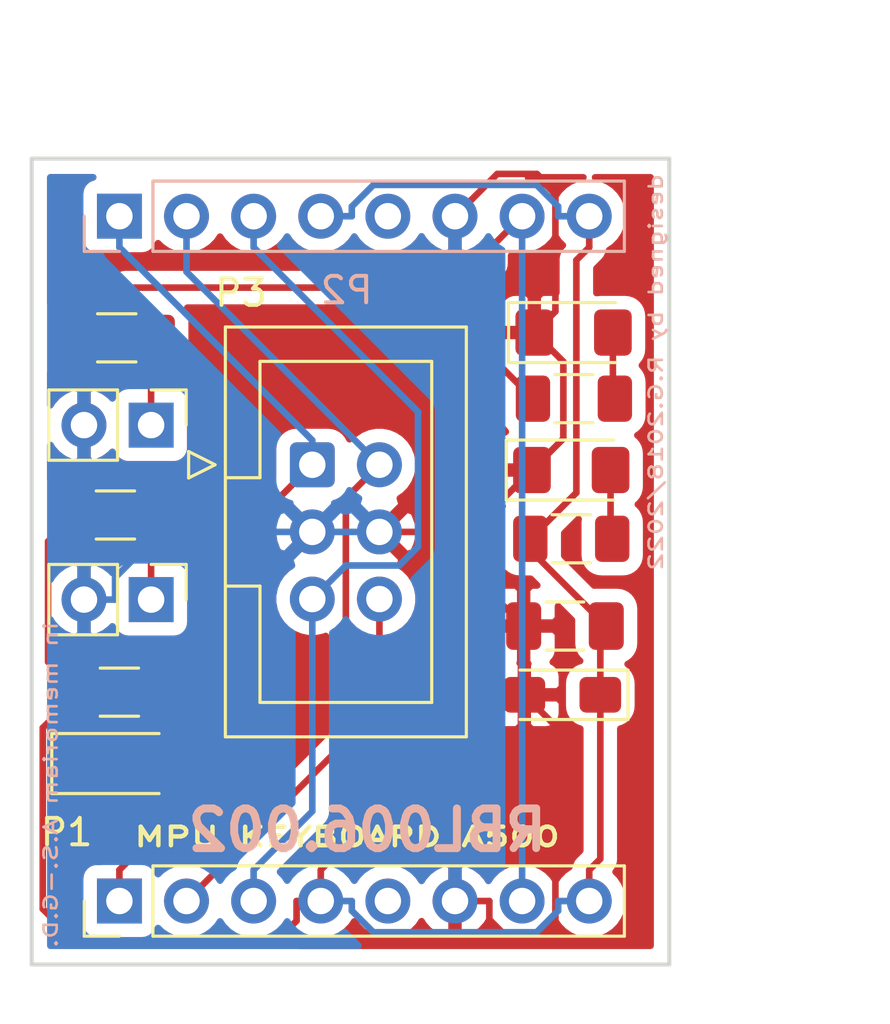
<source format=kicad_pcb>
(kicad_pcb (version 20171130) (host pcbnew 5.1.9+dfsg1-1+deb11u1)

  (general
    (thickness 1.6)
    (drawings 10)
    (tracks 113)
    (zones 0)
    (modules 15)
    (nets 14)
  )

  (page A4)
  (title_block
    (title "A500 MPU Adapter")
    (date 2022-11-30)
    (rev 2.0)
    (company "RetroBitLab Tech Guy")
  )

  (layers
    (0 F.Cu signal)
    (31 B.Cu signal)
    (32 B.Adhes user)
    (33 F.Adhes user)
    (34 B.Paste user)
    (35 F.Paste user)
    (36 B.SilkS user)
    (37 F.SilkS user)
    (38 B.Mask user)
    (39 F.Mask user)
    (40 Dwgs.User user)
    (41 Cmts.User user)
    (42 Eco1.User user)
    (43 Eco2.User user)
    (44 Edge.Cuts user)
    (45 Margin user)
    (46 B.CrtYd user)
    (47 F.CrtYd user)
    (48 B.Fab user)
    (49 F.Fab user)
  )

  (setup
    (last_trace_width 0.25)
    (trace_clearance 0.2)
    (zone_clearance 0.508)
    (zone_45_only no)
    (trace_min 0.2)
    (via_size 0.6)
    (via_drill 0.4)
    (via_min_size 0.4)
    (via_min_drill 0.3)
    (uvia_size 0.3)
    (uvia_drill 0.1)
    (uvias_allowed no)
    (uvia_min_size 0.2)
    (uvia_min_drill 0.1)
    (edge_width 0.15)
    (segment_width 0.2)
    (pcb_text_width 0.3)
    (pcb_text_size 1.5 1.5)
    (mod_edge_width 0.15)
    (mod_text_size 1 1)
    (mod_text_width 0.15)
    (pad_size 1.524 1.524)
    (pad_drill 0.762)
    (pad_to_mask_clearance 0)
    (aux_axis_origin 0 0)
    (visible_elements 7FFFFFFF)
    (pcbplotparams
      (layerselection 0x030fc_ffffffff)
      (usegerberextensions true)
      (usegerberattributes true)
      (usegerberadvancedattributes true)
      (creategerberjobfile true)
      (excludeedgelayer true)
      (linewidth 0.100000)
      (plotframeref false)
      (viasonmask true)
      (mode 1)
      (useauxorigin false)
      (hpglpennumber 1)
      (hpglpenspeed 20)
      (hpglpendiameter 15.000000)
      (psnegative false)
      (psa4output false)
      (plotreference true)
      (plotvalue true)
      (plotinvisibletext false)
      (padsonsilk false)
      (subtractmaskfromsilk false)
      (outputformat 1)
      (mirror false)
      (drillshape 0)
      (scaleselection 1)
      (outputdirectory "production/"))
  )

  (net 0 "")
  (net 1 GND)
  (net 2 "Net-(D1-Pad2)")
  (net 3 "Net-(D2-Pad2)")
  (net 4 "Net-(D3-Pad2)")
  (net 5 CLOCK)
  (net 6 DATA)
  (net 7 RESET)
  (net 8 STATUS)
  (net 9 INUSE)
  (net 10 "Net-(P4-Pad1)")
  (net 11 "Net-(P5-Pad1)")
  (net 12 "Net-(P1-Pad5)")
  (net 13 "Net-(P2-Pad5)")

  (net_class Default "This is the default net class."
    (clearance 0.2)
    (trace_width 0.25)
    (via_dia 0.6)
    (via_drill 0.4)
    (uvia_dia 0.3)
    (uvia_drill 0.1)
    (add_net CLOCK)
    (add_net DATA)
    (add_net GND)
    (add_net INUSE)
    (add_net "Net-(D1-Pad2)")
    (add_net "Net-(D2-Pad2)")
    (add_net "Net-(D3-Pad2)")
    (add_net "Net-(P1-Pad5)")
    (add_net "Net-(P2-Pad5)")
    (add_net "Net-(P4-Pad1)")
    (add_net "Net-(P5-Pad1)")
    (add_net RESET)
    (add_net STATUS)
  )

  (module Capacitor_Tantalum_SMD:CP_EIA-3216-12_Kemet-S_Pad1.58x1.35mm_HandSolder (layer F.Cu) (tedit 5EBA9318) (tstamp 638790D7)
    (at 164.862 116.8 180)
    (descr "Tantalum Capacitor SMD Kemet-S (3216-12 Metric), IPC_7351 nominal, (Body size from: http://www.kemet.com/Lists/ProductCatalog/Attachments/253/KEM_TC101_STD.pdf), generated with kicad-footprint-generator")
    (tags "capacitor tantalum")
    (path /5C1ED5CC)
    (attr smd)
    (fp_text reference C1 (at 0 -1.75 180) (layer F.SilkS) hide
      (effects (font (size 1 1) (thickness 0.15)))
    )
    (fp_text value 10uF (at 0 1.75 180) (layer F.Fab)
      (effects (font (size 1 1) (thickness 0.15)))
    )
    (fp_line (start 1.6 -0.8) (end -1.2 -0.8) (layer F.Fab) (width 0.1))
    (fp_line (start -1.2 -0.8) (end -1.6 -0.4) (layer F.Fab) (width 0.1))
    (fp_line (start -1.6 -0.4) (end -1.6 0.8) (layer F.Fab) (width 0.1))
    (fp_line (start -1.6 0.8) (end 1.6 0.8) (layer F.Fab) (width 0.1))
    (fp_line (start 1.6 0.8) (end 1.6 -0.8) (layer F.Fab) (width 0.1))
    (fp_line (start 1.6 -0.935) (end -2.485 -0.935) (layer F.SilkS) (width 0.12))
    (fp_line (start -2.485 -0.935) (end -2.485 0.935) (layer F.SilkS) (width 0.12))
    (fp_line (start -2.485 0.935) (end 1.6 0.935) (layer F.SilkS) (width 0.12))
    (fp_line (start -2.48 1.05) (end -2.48 -1.05) (layer F.CrtYd) (width 0.05))
    (fp_line (start -2.48 -1.05) (end 2.48 -1.05) (layer F.CrtYd) (width 0.05))
    (fp_line (start 2.48 -1.05) (end 2.48 1.05) (layer F.CrtYd) (width 0.05))
    (fp_line (start 2.48 1.05) (end -2.48 1.05) (layer F.CrtYd) (width 0.05))
    (fp_text user %R (at 0 0 180) (layer F.Fab)
      (effects (font (size 0.8 0.8) (thickness 0.12)))
    )
    (pad 1 smd roundrect (at -1.4375 0 180) (size 1.575 1.35) (layers F.Cu F.Paste F.Mask) (roundrect_rratio 0.1851844444444445)
      (net 9 INUSE))
    (pad 2 smd roundrect (at 1.4375 0 180) (size 1.575 1.35) (layers F.Cu F.Paste F.Mask) (roundrect_rratio 0.1851844444444445)
      (net 1 GND))
    (model ${KISYS3DMOD}/Capacitor_Tantalum_SMD.3dshapes/CP_EIA-3216-12_Kemet-S.wrl
      (at (xyz 0 0 0))
      (scale (xyz 1 1 1))
      (rotate (xyz 0 0 0))
    )
  )

  (module Capacitor_SMD:C_1206_3216Metric_Pad1.33x1.80mm_HandSolder (layer F.Cu) (tedit 5F68FEEF) (tstamp 63877F65)
    (at 164.962 114.2 180)
    (descr "Capacitor SMD 1206 (3216 Metric), square (rectangular) end terminal, IPC_7351 nominal with elongated pad for handsoldering. (Body size source: IPC-SM-782 page 76, https://www.pcb-3d.com/wordpress/wp-content/uploads/ipc-sm-782a_amendment_1_and_2.pdf), generated with kicad-footprint-generator")
    (tags "capacitor handsolder")
    (path /5C1ED589)
    (attr smd)
    (fp_text reference C2 (at 0 -1.85 180) (layer F.SilkS) hide
      (effects (font (size 1 1) (thickness 0.15)))
    )
    (fp_text value 100nF (at 0 1.85 180) (layer F.Fab)
      (effects (font (size 1 1) (thickness 0.15)))
    )
    (fp_line (start -1.6 0.8) (end -1.6 -0.8) (layer F.Fab) (width 0.1))
    (fp_line (start -1.6 -0.8) (end 1.6 -0.8) (layer F.Fab) (width 0.1))
    (fp_line (start 1.6 -0.8) (end 1.6 0.8) (layer F.Fab) (width 0.1))
    (fp_line (start 1.6 0.8) (end -1.6 0.8) (layer F.Fab) (width 0.1))
    (fp_line (start -0.711252 -0.91) (end 0.711252 -0.91) (layer F.SilkS) (width 0.12))
    (fp_line (start -0.711252 0.91) (end 0.711252 0.91) (layer F.SilkS) (width 0.12))
    (fp_line (start -2.48 1.15) (end -2.48 -1.15) (layer F.CrtYd) (width 0.05))
    (fp_line (start -2.48 -1.15) (end 2.48 -1.15) (layer F.CrtYd) (width 0.05))
    (fp_line (start 2.48 -1.15) (end 2.48 1.15) (layer F.CrtYd) (width 0.05))
    (fp_line (start 2.48 1.15) (end -2.48 1.15) (layer F.CrtYd) (width 0.05))
    (fp_text user %R (at 0 0 180) (layer F.Fab)
      (effects (font (size 0.8 0.8) (thickness 0.12)))
    )
    (pad 1 smd roundrect (at -1.5625 0 180) (size 1.325 1.8) (layers F.Cu F.Paste F.Mask) (roundrect_rratio 0.1886777358490566)
      (net 9 INUSE))
    (pad 2 smd roundrect (at 1.5625 0 180) (size 1.325 1.8) (layers F.Cu F.Paste F.Mask) (roundrect_rratio 0.1886777358490566)
      (net 1 GND))
    (model ${KISYS3DMOD}/Capacitor_SMD.3dshapes/C_1206_3216Metric.wrl
      (at (xyz 0 0 0))
      (scale (xyz 1 1 1))
      (rotate (xyz 0 0 0))
    )
  )

  (module LED_SMD:LED_1206_3216Metric_Pad1.42x1.75mm_HandSolder (layer F.Cu) (tedit 5F68FEF1) (tstamp 63878712)
    (at 165.288 103.1)
    (descr "LED SMD 1206 (3216 Metric), square (rectangular) end terminal, IPC_7351 nominal, (Body size source: http://www.tortai-tech.com/upload/download/2011102023233369053.pdf), generated with kicad-footprint-generator")
    (tags "LED handsolder")
    (path /638EB651)
    (attr smd)
    (fp_text reference D1 (at 0 -1.82) (layer F.SilkS) hide
      (effects (font (size 1 1) (thickness 0.15)))
    )
    (fp_text value "POWER ORANGE" (at 0 1.82) (layer F.Fab)
      (effects (font (size 1 1) (thickness 0.15)))
    )
    (fp_line (start 1.6 -0.8) (end -1.2 -0.8) (layer F.Fab) (width 0.1))
    (fp_line (start -1.2 -0.8) (end -1.6 -0.4) (layer F.Fab) (width 0.1))
    (fp_line (start -1.6 -0.4) (end -1.6 0.8) (layer F.Fab) (width 0.1))
    (fp_line (start -1.6 0.8) (end 1.6 0.8) (layer F.Fab) (width 0.1))
    (fp_line (start 1.6 0.8) (end 1.6 -0.8) (layer F.Fab) (width 0.1))
    (fp_line (start 1.6 -1.135) (end -2.46 -1.135) (layer F.SilkS) (width 0.12))
    (fp_line (start -2.46 -1.135) (end -2.46 1.135) (layer F.SilkS) (width 0.12))
    (fp_line (start -2.46 1.135) (end 1.6 1.135) (layer F.SilkS) (width 0.12))
    (fp_line (start -2.45 1.12) (end -2.45 -1.12) (layer F.CrtYd) (width 0.05))
    (fp_line (start -2.45 -1.12) (end 2.45 -1.12) (layer F.CrtYd) (width 0.05))
    (fp_line (start 2.45 -1.12) (end 2.45 1.12) (layer F.CrtYd) (width 0.05))
    (fp_line (start 2.45 1.12) (end -2.45 1.12) (layer F.CrtYd) (width 0.05))
    (fp_text user %R (at 0 0) (layer F.Fab)
      (effects (font (size 0.8 0.8) (thickness 0.12)))
    )
    (pad 1 smd roundrect (at -1.4875 0) (size 1.425 1.75) (layers F.Cu F.Paste F.Mask) (roundrect_rratio 0.1754385964912281)
      (net 1 GND))
    (pad 2 smd roundrect (at 1.4875 0) (size 1.425 1.75) (layers F.Cu F.Paste F.Mask) (roundrect_rratio 0.1754385964912281)
      (net 2 "Net-(D1-Pad2)"))
    (model ${KISYS3DMOD}/LED_SMD.3dshapes/LED_1206_3216Metric.wrl
      (at (xyz 0 0 0))
      (scale (xyz 1 1 1))
      (rotate (xyz 0 0 0))
    )
  )

  (module LED_SMD:LED_1206_3216Metric_Pad1.42x1.75mm_HandSolder (layer F.Cu) (tedit 5F68FEF1) (tstamp 63878D74)
    (at 165.2 108.3)
    (descr "LED SMD 1206 (3216 Metric), square (rectangular) end terminal, IPC_7351 nominal, (Body size source: http://www.tortai-tech.com/upload/download/2011102023233369053.pdf), generated with kicad-footprint-generator")
    (tags "LED handsolder")
    (path /638C83C9)
    (attr smd)
    (fp_text reference D2 (at 0 -1.82) (layer F.SilkS) hide
      (effects (font (size 1 1) (thickness 0.15)))
    )
    (fp_text value "FLOPPY GREEN" (at 0 1.82) (layer F.Fab)
      (effects (font (size 1 1) (thickness 0.15)))
    )
    (fp_line (start 1.6 -0.8) (end -1.2 -0.8) (layer F.Fab) (width 0.1))
    (fp_line (start -1.2 -0.8) (end -1.6 -0.4) (layer F.Fab) (width 0.1))
    (fp_line (start -1.6 -0.4) (end -1.6 0.8) (layer F.Fab) (width 0.1))
    (fp_line (start -1.6 0.8) (end 1.6 0.8) (layer F.Fab) (width 0.1))
    (fp_line (start 1.6 0.8) (end 1.6 -0.8) (layer F.Fab) (width 0.1))
    (fp_line (start 1.6 -1.135) (end -2.46 -1.135) (layer F.SilkS) (width 0.12))
    (fp_line (start -2.46 -1.135) (end -2.46 1.135) (layer F.SilkS) (width 0.12))
    (fp_line (start -2.46 1.135) (end 1.6 1.135) (layer F.SilkS) (width 0.12))
    (fp_line (start -2.45 1.12) (end -2.45 -1.12) (layer F.CrtYd) (width 0.05))
    (fp_line (start -2.45 -1.12) (end 2.45 -1.12) (layer F.CrtYd) (width 0.05))
    (fp_line (start 2.45 -1.12) (end 2.45 1.12) (layer F.CrtYd) (width 0.05))
    (fp_line (start 2.45 1.12) (end -2.45 1.12) (layer F.CrtYd) (width 0.05))
    (fp_text user %R (at 0 0) (layer F.Fab)
      (effects (font (size 0.8 0.8) (thickness 0.12)))
    )
    (pad 1 smd roundrect (at -1.4875 0) (size 1.425 1.75) (layers F.Cu F.Paste F.Mask) (roundrect_rratio 0.1754385964912281)
      (net 1 GND))
    (pad 2 smd roundrect (at 1.4875 0) (size 1.425 1.75) (layers F.Cu F.Paste F.Mask) (roundrect_rratio 0.1754385964912281)
      (net 3 "Net-(D2-Pad2)"))
    (model ${KISYS3DMOD}/LED_SMD.3dshapes/LED_1206_3216Metric.wrl
      (at (xyz 0 0 0))
      (scale (xyz 1 1 1))
      (rotate (xyz 0 0 0))
    )
  )

  (module LED_SMD:LED_1206_3216Metric_Pad1.42x1.75mm_HandSolder (layer F.Cu) (tedit 5F68FEF1) (tstamp 63878FDB)
    (at 148 119.4)
    (descr "LED SMD 1206 (3216 Metric), square (rectangular) end terminal, IPC_7351 nominal, (Body size source: http://www.tortai-tech.com/upload/download/2011102023233369053.pdf), generated with kicad-footprint-generator")
    (tags "LED handsolder")
    (path /638C8D6E)
    (attr smd)
    (fp_text reference D3 (at 0 -1.82) (layer F.SilkS) hide
      (effects (font (size 1 1) (thickness 0.15)))
    )
    (fp_text value "READY RED" (at 0 1.82) (layer F.Fab)
      (effects (font (size 1 1) (thickness 0.15)))
    )
    (fp_line (start 2.45 1.12) (end -2.45 1.12) (layer F.CrtYd) (width 0.05))
    (fp_line (start 2.45 -1.12) (end 2.45 1.12) (layer F.CrtYd) (width 0.05))
    (fp_line (start -2.45 -1.12) (end 2.45 -1.12) (layer F.CrtYd) (width 0.05))
    (fp_line (start -2.45 1.12) (end -2.45 -1.12) (layer F.CrtYd) (width 0.05))
    (fp_line (start -2.46 1.135) (end 1.6 1.135) (layer F.SilkS) (width 0.12))
    (fp_line (start -2.46 -1.135) (end -2.46 1.135) (layer F.SilkS) (width 0.12))
    (fp_line (start 1.6 -1.135) (end -2.46 -1.135) (layer F.SilkS) (width 0.12))
    (fp_line (start 1.6 0.8) (end 1.6 -0.8) (layer F.Fab) (width 0.1))
    (fp_line (start -1.6 0.8) (end 1.6 0.8) (layer F.Fab) (width 0.1))
    (fp_line (start -1.6 -0.4) (end -1.6 0.8) (layer F.Fab) (width 0.1))
    (fp_line (start -1.2 -0.8) (end -1.6 -0.4) (layer F.Fab) (width 0.1))
    (fp_line (start 1.6 -0.8) (end -1.2 -0.8) (layer F.Fab) (width 0.1))
    (fp_text user %R (at 0 0) (layer F.Fab)
      (effects (font (size 0.8 0.8) (thickness 0.12)))
    )
    (pad 2 smd roundrect (at 1.4875 0) (size 1.425 1.75) (layers F.Cu F.Paste F.Mask) (roundrect_rratio 0.1754385964912281)
      (net 4 "Net-(D3-Pad2)"))
    (pad 1 smd roundrect (at -1.4875 0) (size 1.425 1.75) (layers F.Cu F.Paste F.Mask) (roundrect_rratio 0.1754385964912281)
      (net 1 GND))
    (model ${KISYS3DMOD}/LED_SMD.3dshapes/LED_1206_3216Metric.wrl
      (at (xyz 0 0 0))
      (scale (xyz 1 1 1))
      (rotate (xyz 0 0 0))
    )
  )

  (module Connector_PinHeader_2.54mm:PinHeader_1x08_P2.54mm_Vertical (layer F.Cu) (tedit 59FED5CC) (tstamp 63877FC9)
    (at 148.1 124.6 90)
    (descr "Through hole straight pin header, 1x08, 2.54mm pitch, single row")
    (tags "Through hole pin header THT 1x08 2.54mm single row")
    (path /63877AAC)
    (fp_text reference P1 (at 2.6 -2 180) (layer F.SilkS)
      (effects (font (size 1 1) (thickness 0.15)))
    )
    (fp_text value Conn_01x08 (at 0 20.11 90) (layer F.Fab)
      (effects (font (size 1 1) (thickness 0.15)))
    )
    (fp_line (start -0.635 -1.27) (end 1.27 -1.27) (layer F.Fab) (width 0.1))
    (fp_line (start 1.27 -1.27) (end 1.27 19.05) (layer F.Fab) (width 0.1))
    (fp_line (start 1.27 19.05) (end -1.27 19.05) (layer F.Fab) (width 0.1))
    (fp_line (start -1.27 19.05) (end -1.27 -0.635) (layer F.Fab) (width 0.1))
    (fp_line (start -1.27 -0.635) (end -0.635 -1.27) (layer F.Fab) (width 0.1))
    (fp_line (start -1.33 19.11) (end 1.33 19.11) (layer F.SilkS) (width 0.12))
    (fp_line (start -1.33 1.27) (end -1.33 19.11) (layer F.SilkS) (width 0.12))
    (fp_line (start 1.33 1.27) (end 1.33 19.11) (layer F.SilkS) (width 0.12))
    (fp_line (start -1.33 1.27) (end 1.33 1.27) (layer F.SilkS) (width 0.12))
    (fp_line (start -1.33 0) (end -1.33 -1.33) (layer F.SilkS) (width 0.12))
    (fp_line (start -1.33 -1.33) (end 0 -1.33) (layer F.SilkS) (width 0.12))
    (fp_line (start -1.8 -1.8) (end -1.8 19.55) (layer F.CrtYd) (width 0.05))
    (fp_line (start -1.8 19.55) (end 1.8 19.55) (layer F.CrtYd) (width 0.05))
    (fp_line (start 1.8 19.55) (end 1.8 -1.8) (layer F.CrtYd) (width 0.05))
    (fp_line (start 1.8 -1.8) (end -1.8 -1.8) (layer F.CrtYd) (width 0.05))
    (fp_text user %R (at 0 8.89) (layer F.Fab)
      (effects (font (size 1 1) (thickness 0.15)))
    )
    (pad 1 thru_hole rect (at 0 0 90) (size 1.7 1.7) (drill 1) (layers *.Cu *.Mask)
      (net 5 CLOCK))
    (pad 2 thru_hole oval (at 0 2.54 90) (size 1.7 1.7) (drill 1) (layers *.Cu *.Mask)
      (net 6 DATA))
    (pad 3 thru_hole oval (at 0 5.08 90) (size 1.7 1.7) (drill 1) (layers *.Cu *.Mask)
      (net 7 RESET))
    (pad 4 thru_hole oval (at 0 7.62 90) (size 1.7 1.7) (drill 1) (layers *.Cu *.Mask)
      (net 9 INUSE))
    (pad 5 thru_hole oval (at 0 10.16 90) (size 1.7 1.7) (drill 1) (layers *.Cu *.Mask)
      (net 12 "Net-(P1-Pad5)"))
    (pad 6 thru_hole oval (at 0 12.7 90) (size 1.7 1.7) (drill 1) (layers *.Cu *.Mask)
      (net 1 GND))
    (pad 7 thru_hole oval (at 0 15.24 90) (size 1.7 1.7) (drill 1) (layers *.Cu *.Mask)
      (net 8 STATUS))
    (pad 8 thru_hole oval (at 0 17.78 90) (size 1.7 1.7) (drill 1) (layers *.Cu *.Mask)
      (net 9 INUSE))
    (model ${KISYS3DMOD}/Connector_PinHeader_2.54mm.3dshapes/PinHeader_1x08_P2.54mm_Vertical.wrl
      (at (xyz 0 0 0))
      (scale (xyz 1 1 1))
      (rotate (xyz 0 0 0))
    )
  )

  (module Connector_PinSocket_2.54mm:PinSocket_1x08_P2.54mm_Vertical (layer B.Cu) (tedit 5A19A420) (tstamp 63877FE5)
    (at 148.1 98.7 270)
    (descr "Through hole straight socket strip, 1x08, 2.54mm pitch, single row (from Kicad 4.0.7), script generated")
    (tags "Through hole socket strip THT 1x08 2.54mm single row")
    (path /63879470)
    (fp_text reference P2 (at 2.8 -8.6) (layer B.SilkS)
      (effects (font (size 1 1) (thickness 0.15)) (justify mirror))
    )
    (fp_text value Conn_01x08 (at 0 -20.55 270) (layer B.Fab)
      (effects (font (size 1 1) (thickness 0.15)) (justify mirror))
    )
    (fp_line (start -1.27 1.27) (end 0.635 1.27) (layer B.Fab) (width 0.1))
    (fp_line (start 0.635 1.27) (end 1.27 0.635) (layer B.Fab) (width 0.1))
    (fp_line (start 1.27 0.635) (end 1.27 -19.05) (layer B.Fab) (width 0.1))
    (fp_line (start 1.27 -19.05) (end -1.27 -19.05) (layer B.Fab) (width 0.1))
    (fp_line (start -1.27 -19.05) (end -1.27 1.27) (layer B.Fab) (width 0.1))
    (fp_line (start -1.33 -1.27) (end 1.33 -1.27) (layer B.SilkS) (width 0.12))
    (fp_line (start -1.33 -1.27) (end -1.33 -19.11) (layer B.SilkS) (width 0.12))
    (fp_line (start -1.33 -19.11) (end 1.33 -19.11) (layer B.SilkS) (width 0.12))
    (fp_line (start 1.33 -1.27) (end 1.33 -19.11) (layer B.SilkS) (width 0.12))
    (fp_line (start 1.33 1.33) (end 1.33 0) (layer B.SilkS) (width 0.12))
    (fp_line (start 0 1.33) (end 1.33 1.33) (layer B.SilkS) (width 0.12))
    (fp_line (start -1.8 1.8) (end 1.75 1.8) (layer B.CrtYd) (width 0.05))
    (fp_line (start 1.75 1.8) (end 1.75 -19.55) (layer B.CrtYd) (width 0.05))
    (fp_line (start 1.75 -19.55) (end -1.8 -19.55) (layer B.CrtYd) (width 0.05))
    (fp_line (start -1.8 -19.55) (end -1.8 1.8) (layer B.CrtYd) (width 0.05))
    (fp_text user %R (at 0 -8.89) (layer B.Fab)
      (effects (font (size 1 1) (thickness 0.15)) (justify mirror))
    )
    (pad 1 thru_hole rect (at 0 0 270) (size 1.7 1.7) (drill 1) (layers *.Cu *.Mask)
      (net 5 CLOCK))
    (pad 2 thru_hole oval (at 0 -2.54 270) (size 1.7 1.7) (drill 1) (layers *.Cu *.Mask)
      (net 6 DATA))
    (pad 3 thru_hole oval (at 0 -5.08 270) (size 1.7 1.7) (drill 1) (layers *.Cu *.Mask)
      (net 7 RESET))
    (pad 4 thru_hole oval (at 0 -7.62 270) (size 1.7 1.7) (drill 1) (layers *.Cu *.Mask)
      (net 9 INUSE))
    (pad 5 thru_hole oval (at 0 -10.16 270) (size 1.7 1.7) (drill 1) (layers *.Cu *.Mask)
      (net 13 "Net-(P2-Pad5)"))
    (pad 6 thru_hole oval (at 0 -12.7 270) (size 1.7 1.7) (drill 1) (layers *.Cu *.Mask)
      (net 1 GND))
    (pad 7 thru_hole oval (at 0 -15.24 270) (size 1.7 1.7) (drill 1) (layers *.Cu *.Mask)
      (net 8 STATUS))
    (pad 8 thru_hole oval (at 0 -17.78 270) (size 1.7 1.7) (drill 1) (layers *.Cu *.Mask)
      (net 9 INUSE))
    (model ${KISYS3DMOD}/Connector_PinSocket_2.54mm.3dshapes/PinSocket_1x08_P2.54mm_Vertical.wrl
      (at (xyz 0 0 0))
      (scale (xyz 1 1 1))
      (rotate (xyz 0 0 0))
    )
  )

  (module Connector_IDC:IDC-Header_2x03_P2.54mm_Vertical (layer F.Cu) (tedit 5EAC9A07) (tstamp 63878010)
    (at 155.4 108.1)
    (descr "Through hole IDC box header, 2x03, 2.54mm pitch, DIN 41651 / IEC 60603-13, double rows, https://docs.google.com/spreadsheets/d/16SsEcesNF15N3Lb4niX7dcUr-NY5_MFPQhobNuNppn4/edit#gid=0")
    (tags "Through hole vertical IDC box header THT 2x03 2.54mm double row")
    (path /6387440A)
    (fp_text reference P3 (at -2.7 -6.5) (layer F.SilkS)
      (effects (font (size 1 1) (thickness 0.15)))
    )
    (fp_text value Conn_02x03 (at 1.27 11.18) (layer F.Fab)
      (effects (font (size 1 1) (thickness 0.15)))
    )
    (fp_line (start -3.18 -4.1) (end -2.18 -5.1) (layer F.Fab) (width 0.1))
    (fp_line (start -2.18 -5.1) (end 5.72 -5.1) (layer F.Fab) (width 0.1))
    (fp_line (start 5.72 -5.1) (end 5.72 10.18) (layer F.Fab) (width 0.1))
    (fp_line (start 5.72 10.18) (end -3.18 10.18) (layer F.Fab) (width 0.1))
    (fp_line (start -3.18 10.18) (end -3.18 -4.1) (layer F.Fab) (width 0.1))
    (fp_line (start -3.18 0.49) (end -1.98 0.49) (layer F.Fab) (width 0.1))
    (fp_line (start -1.98 0.49) (end -1.98 -3.91) (layer F.Fab) (width 0.1))
    (fp_line (start -1.98 -3.91) (end 4.52 -3.91) (layer F.Fab) (width 0.1))
    (fp_line (start 4.52 -3.91) (end 4.52 8.99) (layer F.Fab) (width 0.1))
    (fp_line (start 4.52 8.99) (end -1.98 8.99) (layer F.Fab) (width 0.1))
    (fp_line (start -1.98 8.99) (end -1.98 4.59) (layer F.Fab) (width 0.1))
    (fp_line (start -1.98 4.59) (end -1.98 4.59) (layer F.Fab) (width 0.1))
    (fp_line (start -1.98 4.59) (end -3.18 4.59) (layer F.Fab) (width 0.1))
    (fp_line (start -3.29 -5.21) (end 5.83 -5.21) (layer F.SilkS) (width 0.12))
    (fp_line (start 5.83 -5.21) (end 5.83 10.29) (layer F.SilkS) (width 0.12))
    (fp_line (start 5.83 10.29) (end -3.29 10.29) (layer F.SilkS) (width 0.12))
    (fp_line (start -3.29 10.29) (end -3.29 -5.21) (layer F.SilkS) (width 0.12))
    (fp_line (start -3.29 0.49) (end -1.98 0.49) (layer F.SilkS) (width 0.12))
    (fp_line (start -1.98 0.49) (end -1.98 -3.91) (layer F.SilkS) (width 0.12))
    (fp_line (start -1.98 -3.91) (end 4.52 -3.91) (layer F.SilkS) (width 0.12))
    (fp_line (start 4.52 -3.91) (end 4.52 8.99) (layer F.SilkS) (width 0.12))
    (fp_line (start 4.52 8.99) (end -1.98 8.99) (layer F.SilkS) (width 0.12))
    (fp_line (start -1.98 8.99) (end -1.98 4.59) (layer F.SilkS) (width 0.12))
    (fp_line (start -1.98 4.59) (end -1.98 4.59) (layer F.SilkS) (width 0.12))
    (fp_line (start -1.98 4.59) (end -3.29 4.59) (layer F.SilkS) (width 0.12))
    (fp_line (start -3.68 0) (end -4.68 -0.5) (layer F.SilkS) (width 0.12))
    (fp_line (start -4.68 -0.5) (end -4.68 0.5) (layer F.SilkS) (width 0.12))
    (fp_line (start -4.68 0.5) (end -3.68 0) (layer F.SilkS) (width 0.12))
    (fp_line (start -3.68 -5.6) (end -3.68 10.69) (layer F.CrtYd) (width 0.05))
    (fp_line (start -3.68 10.69) (end 6.22 10.69) (layer F.CrtYd) (width 0.05))
    (fp_line (start 6.22 10.69) (end 6.22 -5.6) (layer F.CrtYd) (width 0.05))
    (fp_line (start 6.22 -5.6) (end -3.68 -5.6) (layer F.CrtYd) (width 0.05))
    (fp_text user %R (at 1.27 2.54 90) (layer F.Fab)
      (effects (font (size 1 1) (thickness 0.15)))
    )
    (pad 1 thru_hole roundrect (at 0 0) (size 1.7 1.7) (drill 1) (layers *.Cu *.Mask) (roundrect_rratio 0.1470588235294118)
      (net 5 CLOCK))
    (pad 3 thru_hole circle (at 0 2.54) (size 1.7 1.7) (drill 1) (layers *.Cu *.Mask)
      (net 1 GND))
    (pad 5 thru_hole circle (at 0 5.08) (size 1.7 1.7) (drill 1) (layers *.Cu *.Mask)
      (net 7 RESET))
    (pad 2 thru_hole circle (at 2.54 0) (size 1.7 1.7) (drill 1) (layers *.Cu *.Mask)
      (net 6 DATA))
    (pad 4 thru_hole circle (at 2.54 2.54) (size 1.7 1.7) (drill 1) (layers *.Cu *.Mask)
      (net 1 GND))
    (pad 6 thru_hole circle (at 2.54 5.08) (size 1.7 1.7) (drill 1) (layers *.Cu *.Mask)
      (net 9 INUSE))
    (model ${KISYS3DMOD}/Connector_IDC.3dshapes/IDC-Header_2x03_P2.54mm_Vertical.wrl
      (at (xyz 0 0 0))
      (scale (xyz 1 1 1))
      (rotate (xyz 0 0 0))
    )
  )

  (module Connector_PinHeader_2.54mm:PinHeader_1x02_P2.54mm_Vertical (layer F.Cu) (tedit 59FED5CC) (tstamp 6387894D)
    (at 149.3 106.6 270)
    (descr "Through hole straight pin header, 1x02, 2.54mm pitch, single row")
    (tags "Through hole pin header THT 1x02 2.54mm single row")
    (path /63888D90)
    (fp_text reference P4 (at 2.6 0 180) (layer F.SilkS) hide
      (effects (font (size 1 1) (thickness 0.15)))
    )
    (fp_text value Conn_01x02 (at 0 4.87 90) (layer F.Fab)
      (effects (font (size 1 1) (thickness 0.15)))
    )
    (fp_line (start -0.635 -1.27) (end 1.27 -1.27) (layer F.Fab) (width 0.1))
    (fp_line (start 1.27 -1.27) (end 1.27 3.81) (layer F.Fab) (width 0.1))
    (fp_line (start 1.27 3.81) (end -1.27 3.81) (layer F.Fab) (width 0.1))
    (fp_line (start -1.27 3.81) (end -1.27 -0.635) (layer F.Fab) (width 0.1))
    (fp_line (start -1.27 -0.635) (end -0.635 -1.27) (layer F.Fab) (width 0.1))
    (fp_line (start -1.33 3.87) (end 1.33 3.87) (layer F.SilkS) (width 0.12))
    (fp_line (start -1.33 1.27) (end -1.33 3.87) (layer F.SilkS) (width 0.12))
    (fp_line (start 1.33 1.27) (end 1.33 3.87) (layer F.SilkS) (width 0.12))
    (fp_line (start -1.33 1.27) (end 1.33 1.27) (layer F.SilkS) (width 0.12))
    (fp_line (start -1.33 0) (end -1.33 -1.33) (layer F.SilkS) (width 0.12))
    (fp_line (start -1.33 -1.33) (end 0 -1.33) (layer F.SilkS) (width 0.12))
    (fp_line (start -1.8 -1.8) (end -1.8 4.35) (layer F.CrtYd) (width 0.05))
    (fp_line (start -1.8 4.35) (end 1.8 4.35) (layer F.CrtYd) (width 0.05))
    (fp_line (start 1.8 4.35) (end 1.8 -1.8) (layer F.CrtYd) (width 0.05))
    (fp_line (start 1.8 -1.8) (end -1.8 -1.8) (layer F.CrtYd) (width 0.05))
    (fp_text user %R (at 0 1.27) (layer F.Fab)
      (effects (font (size 1 1) (thickness 0.15)))
    )
    (pad 1 thru_hole rect (at 0 0 270) (size 1.7 1.7) (drill 1) (layers *.Cu *.Mask)
      (net 10 "Net-(P4-Pad1)"))
    (pad 2 thru_hole oval (at 0 2.54 270) (size 1.7 1.7) (drill 1) (layers *.Cu *.Mask)
      (net 1 GND))
    (model ${KISYS3DMOD}/Connector_PinHeader_2.54mm.3dshapes/PinHeader_1x02_P2.54mm_Vertical.wrl
      (at (xyz 0 0 0))
      (scale (xyz 1 1 1))
      (rotate (xyz 0 0 0))
    )
  )

  (module Connector_PinHeader_2.54mm:PinHeader_1x02_P2.54mm_Vertical (layer F.Cu) (tedit 59FED5CC) (tstamp 6387803C)
    (at 149.3 113.2 270)
    (descr "Through hole straight pin header, 1x02, 2.54mm pitch, single row")
    (tags "Through hole pin header THT 1x02 2.54mm single row")
    (path /6388A0FA)
    (fp_text reference P5 (at 2.6 -0.1 180) (layer F.SilkS) hide
      (effects (font (size 1 1) (thickness 0.15)))
    )
    (fp_text value Conn_01x02 (at 0 4.87 90) (layer F.Fab)
      (effects (font (size 1 1) (thickness 0.15)))
    )
    (fp_line (start 1.8 -1.8) (end -1.8 -1.8) (layer F.CrtYd) (width 0.05))
    (fp_line (start 1.8 4.35) (end 1.8 -1.8) (layer F.CrtYd) (width 0.05))
    (fp_line (start -1.8 4.35) (end 1.8 4.35) (layer F.CrtYd) (width 0.05))
    (fp_line (start -1.8 -1.8) (end -1.8 4.35) (layer F.CrtYd) (width 0.05))
    (fp_line (start -1.33 -1.33) (end 0 -1.33) (layer F.SilkS) (width 0.12))
    (fp_line (start -1.33 0) (end -1.33 -1.33) (layer F.SilkS) (width 0.12))
    (fp_line (start -1.33 1.27) (end 1.33 1.27) (layer F.SilkS) (width 0.12))
    (fp_line (start 1.33 1.27) (end 1.33 3.87) (layer F.SilkS) (width 0.12))
    (fp_line (start -1.33 1.27) (end -1.33 3.87) (layer F.SilkS) (width 0.12))
    (fp_line (start -1.33 3.87) (end 1.33 3.87) (layer F.SilkS) (width 0.12))
    (fp_line (start -1.27 -0.635) (end -0.635 -1.27) (layer F.Fab) (width 0.1))
    (fp_line (start -1.27 3.81) (end -1.27 -0.635) (layer F.Fab) (width 0.1))
    (fp_line (start 1.27 3.81) (end -1.27 3.81) (layer F.Fab) (width 0.1))
    (fp_line (start 1.27 -1.27) (end 1.27 3.81) (layer F.Fab) (width 0.1))
    (fp_line (start -0.635 -1.27) (end 1.27 -1.27) (layer F.Fab) (width 0.1))
    (fp_text user %R (at 0 1.27) (layer F.Fab)
      (effects (font (size 1 1) (thickness 0.15)))
    )
    (pad 2 thru_hole oval (at 0 2.54 270) (size 1.7 1.7) (drill 1) (layers *.Cu *.Mask)
      (net 1 GND))
    (pad 1 thru_hole rect (at 0 0 270) (size 1.7 1.7) (drill 1) (layers *.Cu *.Mask)
      (net 11 "Net-(P5-Pad1)"))
    (model ${KISYS3DMOD}/Connector_PinHeader_2.54mm.3dshapes/PinHeader_1x02_P2.54mm_Vertical.wrl
      (at (xyz 0 0 0))
      (scale (xyz 1 1 1))
      (rotate (xyz 0 0 0))
    )
  )

  (module Resistor_SMD:R_1206_3216Metric_Pad1.30x1.75mm_HandSolder (layer F.Cu) (tedit 5F68FEEE) (tstamp 638787A0)
    (at 165.3 105.6)
    (descr "Resistor SMD 1206 (3216 Metric), square (rectangular) end terminal, IPC_7351 nominal with elongated pad for handsoldering. (Body size source: IPC-SM-782 page 72, https://www.pcb-3d.com/wordpress/wp-content/uploads/ipc-sm-782a_amendment_1_and_2.pdf), generated with kicad-footprint-generator")
    (tags "resistor handsolder")
    (path /638B6D68)
    (attr smd)
    (fp_text reference R1 (at 0 1.8) (layer F.SilkS) hide
      (effects (font (size 1 1) (thickness 0.15)))
    )
    (fp_text value 330R (at 0 1.82) (layer F.Fab)
      (effects (font (size 1 1) (thickness 0.15)))
    )
    (fp_line (start -1.6 0.8) (end -1.6 -0.8) (layer F.Fab) (width 0.1))
    (fp_line (start -1.6 -0.8) (end 1.6 -0.8) (layer F.Fab) (width 0.1))
    (fp_line (start 1.6 -0.8) (end 1.6 0.8) (layer F.Fab) (width 0.1))
    (fp_line (start 1.6 0.8) (end -1.6 0.8) (layer F.Fab) (width 0.1))
    (fp_line (start -0.727064 -0.91) (end 0.727064 -0.91) (layer F.SilkS) (width 0.12))
    (fp_line (start -0.727064 0.91) (end 0.727064 0.91) (layer F.SilkS) (width 0.12))
    (fp_line (start -2.45 1.12) (end -2.45 -1.12) (layer F.CrtYd) (width 0.05))
    (fp_line (start -2.45 -1.12) (end 2.45 -1.12) (layer F.CrtYd) (width 0.05))
    (fp_line (start 2.45 -1.12) (end 2.45 1.12) (layer F.CrtYd) (width 0.05))
    (fp_line (start 2.45 1.12) (end -2.45 1.12) (layer F.CrtYd) (width 0.05))
    (fp_text user %R (at 0 0) (layer F.Fab)
      (effects (font (size 0.8 0.8) (thickness 0.12)))
    )
    (pad 1 smd roundrect (at -1.55 0) (size 1.3 1.75) (layers F.Cu F.Paste F.Mask) (roundrect_rratio 0.1923069230769231)
      (net 8 STATUS))
    (pad 2 smd roundrect (at 1.55 0) (size 1.3 1.75) (layers F.Cu F.Paste F.Mask) (roundrect_rratio 0.1923069230769231)
      (net 2 "Net-(D1-Pad2)"))
    (model ${KISYS3DMOD}/Resistor_SMD.3dshapes/R_1206_3216Metric.wrl
      (at (xyz 0 0 0))
      (scale (xyz 1 1 1))
      (rotate (xyz 0 0 0))
    )
  )

  (module Resistor_SMD:R_1206_3216Metric_Pad1.30x1.75mm_HandSolder (layer F.Cu) (tedit 5F68FEEE) (tstamp 63878D39)
    (at 165.2 110.9)
    (descr "Resistor SMD 1206 (3216 Metric), square (rectangular) end terminal, IPC_7351 nominal with elongated pad for handsoldering. (Body size source: IPC-SM-782 page 72, https://www.pcb-3d.com/wordpress/wp-content/uploads/ipc-sm-782a_amendment_1_and_2.pdf), generated with kicad-footprint-generator")
    (tags "resistor handsolder")
    (path /5BE8B8C9)
    (attr smd)
    (fp_text reference R2 (at -0.2 1.9) (layer F.SilkS) hide
      (effects (font (size 1 1) (thickness 0.15)))
    )
    (fp_text value 330R (at 0 1.82) (layer F.Fab)
      (effects (font (size 1 1) (thickness 0.15)))
    )
    (fp_line (start -1.6 0.8) (end -1.6 -0.8) (layer F.Fab) (width 0.1))
    (fp_line (start -1.6 -0.8) (end 1.6 -0.8) (layer F.Fab) (width 0.1))
    (fp_line (start 1.6 -0.8) (end 1.6 0.8) (layer F.Fab) (width 0.1))
    (fp_line (start 1.6 0.8) (end -1.6 0.8) (layer F.Fab) (width 0.1))
    (fp_line (start -0.727064 -0.91) (end 0.727064 -0.91) (layer F.SilkS) (width 0.12))
    (fp_line (start -0.727064 0.91) (end 0.727064 0.91) (layer F.SilkS) (width 0.12))
    (fp_line (start -2.45 1.12) (end -2.45 -1.12) (layer F.CrtYd) (width 0.05))
    (fp_line (start -2.45 -1.12) (end 2.45 -1.12) (layer F.CrtYd) (width 0.05))
    (fp_line (start 2.45 -1.12) (end 2.45 1.12) (layer F.CrtYd) (width 0.05))
    (fp_line (start 2.45 1.12) (end -2.45 1.12) (layer F.CrtYd) (width 0.05))
    (fp_text user %R (at 0 0) (layer F.Fab)
      (effects (font (size 0.8 0.8) (thickness 0.12)))
    )
    (pad 1 smd roundrect (at -1.55 0) (size 1.3 1.75) (layers F.Cu F.Paste F.Mask) (roundrect_rratio 0.1923069230769231)
      (net 9 INUSE))
    (pad 2 smd roundrect (at 1.55 0) (size 1.3 1.75) (layers F.Cu F.Paste F.Mask) (roundrect_rratio 0.1923069230769231)
      (net 3 "Net-(D2-Pad2)"))
    (model ${KISYS3DMOD}/Resistor_SMD.3dshapes/R_1206_3216Metric.wrl
      (at (xyz 0 0 0))
      (scale (xyz 1 1 1))
      (rotate (xyz 0 0 0))
    )
  )

  (module Resistor_SMD:R_1206_3216Metric_Pad1.30x1.75mm_HandSolder (layer F.Cu) (tedit 5F68FEEE) (tstamp 6387806E)
    (at 148.1 116.7)
    (descr "Resistor SMD 1206 (3216 Metric), square (rectangular) end terminal, IPC_7351 nominal with elongated pad for handsoldering. (Body size source: IPC-SM-782 page 72, https://www.pcb-3d.com/wordpress/wp-content/uploads/ipc-sm-782a_amendment_1_and_2.pdf), generated with kicad-footprint-generator")
    (tags "resistor handsolder")
    (path /638B5FCA)
    (attr smd)
    (fp_text reference R3 (at 0 -1.82) (layer F.SilkS) hide
      (effects (font (size 1 1) (thickness 0.15)))
    )
    (fp_text value 330R (at 0 1.82) (layer F.Fab)
      (effects (font (size 1 1) (thickness 0.15)))
    )
    (fp_line (start 2.45 1.12) (end -2.45 1.12) (layer F.CrtYd) (width 0.05))
    (fp_line (start 2.45 -1.12) (end 2.45 1.12) (layer F.CrtYd) (width 0.05))
    (fp_line (start -2.45 -1.12) (end 2.45 -1.12) (layer F.CrtYd) (width 0.05))
    (fp_line (start -2.45 1.12) (end -2.45 -1.12) (layer F.CrtYd) (width 0.05))
    (fp_line (start -0.727064 0.91) (end 0.727064 0.91) (layer F.SilkS) (width 0.12))
    (fp_line (start -0.727064 -0.91) (end 0.727064 -0.91) (layer F.SilkS) (width 0.12))
    (fp_line (start 1.6 0.8) (end -1.6 0.8) (layer F.Fab) (width 0.1))
    (fp_line (start 1.6 -0.8) (end 1.6 0.8) (layer F.Fab) (width 0.1))
    (fp_line (start -1.6 -0.8) (end 1.6 -0.8) (layer F.Fab) (width 0.1))
    (fp_line (start -1.6 0.8) (end -1.6 -0.8) (layer F.Fab) (width 0.1))
    (fp_text user %R (at 0 0) (layer F.Fab)
      (effects (font (size 0.8 0.8) (thickness 0.12)))
    )
    (pad 2 smd roundrect (at 1.55 0) (size 1.3 1.75) (layers F.Cu F.Paste F.Mask) (roundrect_rratio 0.1923069230769231)
      (net 4 "Net-(D3-Pad2)"))
    (pad 1 smd roundrect (at -1.55 0) (size 1.3 1.75) (layers F.Cu F.Paste F.Mask) (roundrect_rratio 0.1923069230769231)
      (net 9 INUSE))
    (model ${KISYS3DMOD}/Resistor_SMD.3dshapes/R_1206_3216Metric.wrl
      (at (xyz 0 0 0))
      (scale (xyz 1 1 1))
      (rotate (xyz 0 0 0))
    )
  )

  (module Resistor_SMD:R_1206_3216Metric_Pad1.30x1.75mm_HandSolder (layer F.Cu) (tedit 5F68FEEE) (tstamp 63878823)
    (at 148 103.3)
    (descr "Resistor SMD 1206 (3216 Metric), square (rectangular) end terminal, IPC_7351 nominal with elongated pad for handsoldering. (Body size source: IPC-SM-782 page 72, https://www.pcb-3d.com/wordpress/wp-content/uploads/ipc-sm-782a_amendment_1_and_2.pdf), generated with kicad-footprint-generator")
    (tags "resistor handsolder")
    (path /638E637E)
    (attr smd)
    (fp_text reference R4 (at -1.7 -1.82) (layer F.SilkS) hide
      (effects (font (size 1 1) (thickness 0.15)))
    )
    (fp_text value 330R (at 0 1.82) (layer F.Fab)
      (effects (font (size 1 1) (thickness 0.15)))
    )
    (fp_line (start 2.45 1.12) (end -2.45 1.12) (layer F.CrtYd) (width 0.05))
    (fp_line (start 2.45 -1.12) (end 2.45 1.12) (layer F.CrtYd) (width 0.05))
    (fp_line (start -2.45 -1.12) (end 2.45 -1.12) (layer F.CrtYd) (width 0.05))
    (fp_line (start -2.45 1.12) (end -2.45 -1.12) (layer F.CrtYd) (width 0.05))
    (fp_line (start -0.727064 0.91) (end 0.727064 0.91) (layer F.SilkS) (width 0.12))
    (fp_line (start -0.727064 -0.91) (end 0.727064 -0.91) (layer F.SilkS) (width 0.12))
    (fp_line (start 1.6 0.8) (end -1.6 0.8) (layer F.Fab) (width 0.1))
    (fp_line (start 1.6 -0.8) (end 1.6 0.8) (layer F.Fab) (width 0.1))
    (fp_line (start -1.6 -0.8) (end 1.6 -0.8) (layer F.Fab) (width 0.1))
    (fp_line (start -1.6 0.8) (end -1.6 -0.8) (layer F.Fab) (width 0.1))
    (fp_text user %R (at 0.104999 -0.045001) (layer F.Fab)
      (effects (font (size 0.8 0.8) (thickness 0.12)))
    )
    (pad 2 smd roundrect (at 1.55 0) (size 1.3 1.75) (layers F.Cu F.Paste F.Mask) (roundrect_rratio 0.1923069230769231)
      (net 10 "Net-(P4-Pad1)"))
    (pad 1 smd roundrect (at -1.55 0) (size 1.3 1.75) (layers F.Cu F.Paste F.Mask) (roundrect_rratio 0.1923069230769231)
      (net 8 STATUS))
    (model ${KISYS3DMOD}/Resistor_SMD.3dshapes/R_1206_3216Metric.wrl
      (at (xyz 0 0 0))
      (scale (xyz 1 1 1))
      (rotate (xyz 0 0 0))
    )
  )

  (module Resistor_SMD:R_1206_3216Metric_Pad1.30x1.75mm_HandSolder (layer F.Cu) (tedit 5F68FEEE) (tstamp 63878A6D)
    (at 147.95 110)
    (descr "Resistor SMD 1206 (3216 Metric), square (rectangular) end terminal, IPC_7351 nominal with elongated pad for handsoldering. (Body size source: IPC-SM-782 page 72, https://www.pcb-3d.com/wordpress/wp-content/uploads/ipc-sm-782a_amendment_1_and_2.pdf), generated with kicad-footprint-generator")
    (tags "resistor handsolder")
    (path /638E937F)
    (attr smd)
    (fp_text reference R5 (at -1.65 -1.9) (layer F.SilkS) hide
      (effects (font (size 1 1) (thickness 0.15)))
    )
    (fp_text value 330R (at 0 1.82) (layer F.Fab)
      (effects (font (size 1 1) (thickness 0.15)))
    )
    (fp_line (start -1.6 0.8) (end -1.6 -0.8) (layer F.Fab) (width 0.1))
    (fp_line (start -1.6 -0.8) (end 1.6 -0.8) (layer F.Fab) (width 0.1))
    (fp_line (start 1.6 -0.8) (end 1.6 0.8) (layer F.Fab) (width 0.1))
    (fp_line (start 1.6 0.8) (end -1.6 0.8) (layer F.Fab) (width 0.1))
    (fp_line (start -0.727064 -0.91) (end 0.727064 -0.91) (layer F.SilkS) (width 0.12))
    (fp_line (start -0.727064 0.91) (end 0.727064 0.91) (layer F.SilkS) (width 0.12))
    (fp_line (start -2.45 1.12) (end -2.45 -1.12) (layer F.CrtYd) (width 0.05))
    (fp_line (start -2.45 -1.12) (end 2.45 -1.12) (layer F.CrtYd) (width 0.05))
    (fp_line (start 2.45 -1.12) (end 2.45 1.12) (layer F.CrtYd) (width 0.05))
    (fp_line (start 2.45 1.12) (end -2.45 1.12) (layer F.CrtYd) (width 0.05))
    (fp_text user %R (at 0 0) (layer F.Fab)
      (effects (font (size 0.8 0.8) (thickness 0.12)))
    )
    (pad 1 smd roundrect (at -1.55 0) (size 1.3 1.75) (layers F.Cu F.Paste F.Mask) (roundrect_rratio 0.1923069230769231)
      (net 9 INUSE))
    (pad 2 smd roundrect (at 1.55 0) (size 1.3 1.75) (layers F.Cu F.Paste F.Mask) (roundrect_rratio 0.1923069230769231)
      (net 11 "Net-(P5-Pad1)"))
    (model ${KISYS3DMOD}/Resistor_SMD.3dshapes/R_1206_3216Metric.wrl
      (at (xyz 0 0 0))
      (scale (xyz 1 1 1))
      (rotate (xyz 0 0 0))
    )
  )

  (dimension 30.48 (width 0.3) (layer Margin) (tstamp 63878D5E)
    (gr_text "30,480 mm" (at 174.578 111.76 270) (layer Margin) (tstamp 63878D5E)
      (effects (font (size 1.5 1.5) (thickness 0.3)))
    )
    (feature1 (pts (xy 168.91 127) (xy 175.928 127)))
    (feature2 (pts (xy 168.91 96.52) (xy 175.928 96.52)))
    (crossbar (pts (xy 173.228 96.52) (xy 173.228 127)))
    (arrow1a (pts (xy 173.228 127) (xy 172.641579 125.873496)))
    (arrow1b (pts (xy 173.228 127) (xy 173.814421 125.873496)))
    (arrow2a (pts (xy 173.228 96.52) (xy 172.641579 97.646504)))
    (arrow2b (pts (xy 173.228 96.52) (xy 173.814421 97.646504)))
  )
  (dimension 24.13 (width 0.3) (layer Margin)
    (gr_text "24,130 mm" (at 156.845 92.376) (layer Margin)
      (effects (font (size 1.5 1.5) (thickness 0.3)))
    )
    (feature1 (pts (xy 168.91 96.52) (xy 168.91 91.026)))
    (feature2 (pts (xy 144.78 96.52) (xy 144.78 91.026)))
    (crossbar (pts (xy 144.78 93.726) (xy 168.91 93.726)))
    (arrow1a (pts (xy 168.91 93.726) (xy 167.783496 94.312421)))
    (arrow1b (pts (xy 168.91 93.726) (xy 167.783496 93.139579)))
    (arrow2a (pts (xy 144.78 93.726) (xy 145.906504 94.312421)))
    (arrow2b (pts (xy 144.78 93.726) (xy 145.906504 93.139579)))
  )
  (gr_text "MPU KEYBOARD A500" (at 156.718 122.174) (layer F.SilkS)
    (effects (font (size 0.7 1) (thickness 0.17)))
  )
  (gr_text "in memoriam A.S.-G.D." (at 145.5 120.2 90) (layer B.SilkS)
    (effects (font (size 0.5 0.7) (thickness 0.1)) (justify mirror))
  )
  (gr_text "designed by R.G.2018/2022" (at 168.4 104.6 90) (layer B.SilkS) (tstamp 63878D5A)
    (effects (font (size 0.5 0.7) (thickness 0.1)) (justify mirror))
  )
  (gr_text RBL006.002 (at 157.48 121.92) (layer B.SilkS)
    (effects (font (size 1.5 1.5) (thickness 0.3)) (justify mirror))
  )
  (gr_line (start 168.91 96.52) (end 144.78 96.52) (angle 90) (layer Edge.Cuts) (width 0.15))
  (gr_line (start 168.91 127) (end 168.91 96.52) (angle 90) (layer Edge.Cuts) (width 0.15))
  (gr_line (start 144.78 127) (end 168.91 127) (angle 90) (layer Edge.Cuts) (width 0.15))
  (gr_line (start 144.78 96.52) (end 144.78 127) (angle 90) (layer Edge.Cuts) (width 0.15))

  (segment (start 161.3725 110.64) (end 163.7125 108.3) (width 0.25) (layer F.Cu) (net 1))
  (segment (start 157.94 110.64) (end 161.3725 110.64) (width 0.25) (layer F.Cu) (net 1))
  (segment (start 161.3725 110.64) (end 161.3725 112.173) (width 0.25) (layer F.Cu) (net 1))
  (segment (start 161.3725 112.173) (end 163.3995 114.2) (width 0.25) (layer F.Cu) (net 1))
  (segment (start 163.4245 116.8) (end 163.4245 114.225) (width 0.25) (layer F.Cu) (net 1))
  (segment (start 163.4245 114.225) (end 163.3995 114.2) (width 0.25) (layer F.Cu) (net 1))
  (segment (start 146.76 106.6) (end 146.76 107.7751) (width 0.25) (layer B.Cu) (net 1))
  (segment (start 149.664 110.64) (end 147.9351 112.3689) (width 0.25) (layer B.Cu) (net 1))
  (segment (start 147.9351 112.3689) (end 147.9351 113.2) (width 0.25) (layer B.Cu) (net 1))
  (segment (start 155.4 110.64) (end 149.664 110.64) (width 0.25) (layer B.Cu) (net 1))
  (segment (start 149.664 110.64) (end 146.7991 107.7751) (width 0.25) (layer B.Cu) (net 1))
  (segment (start 146.7991 107.7751) (end 146.76 107.7751) (width 0.25) (layer B.Cu) (net 1))
  (segment (start 146.76 113.2) (end 147.9351 113.2) (width 0.25) (layer B.Cu) (net 1))
  (segment (start 157.94 110.64) (end 155.4 110.64) (width 0.25) (layer B.Cu) (net 1))
  (segment (start 164.6 97.8) (end 164.6 102.3005) (width 0.25) (layer F.Cu) (net 1))
  (segment (start 164.6 102.3005) (end 163.8005 103.1) (width 0.25) (layer F.Cu) (net 1))
  (segment (start 163.9 97.1) (end 164.6 97.8) (width 0.25) (layer F.Cu) (net 1))
  (segment (start 162.4 97.1) (end 163.9 97.1) (width 0.25) (layer F.Cu) (net 1))
  (segment (start 160.8 98.7) (end 162.4 97.1) (width 0.25) (layer F.Cu) (net 1))
  (segment (start 148 117.9125) (end 146.5125 119.4) (width 0.25) (layer F.Cu) (net 1))
  (segment (start 148 115.6151) (end 148 117.9125) (width 0.25) (layer F.Cu) (net 1))
  (segment (start 146.76 114.3751) (end 148 115.6151) (width 0.25) (layer F.Cu) (net 1))
  (segment (start 146.76 113.2) (end 146.76 114.3751) (width 0.25) (layer F.Cu) (net 1))
  (segment (start 164.9 104.1995) (end 163.8005 103.1) (width 0.25) (layer F.Cu) (net 1))
  (segment (start 164.9 107.1125) (end 164.9 104.1995) (width 0.25) (layer F.Cu) (net 1))
  (segment (start 163.7125 108.3) (end 164.9 107.1125) (width 0.25) (layer F.Cu) (net 1))
  (segment (start 164.6 117.9755) (end 163.4245 116.8) (width 0.25) (layer F.Cu) (net 1))
  (segment (start 164.6 125.4) (end 164.6 117.9755) (width 0.25) (layer F.Cu) (net 1))
  (segment (start 164.1 125.9) (end 164.6 125.4) (width 0.25) (layer F.Cu) (net 1))
  (segment (start 162.7 125.9) (end 164.1 125.9) (width 0.25) (layer F.Cu) (net 1))
  (segment (start 162.1 125.3) (end 162.7 125.9) (width 0.25) (layer F.Cu) (net 1))
  (segment (start 162.1 124.6) (end 162.1 125.3) (width 0.25) (layer F.Cu) (net 1))
  (segment (start 160.8 124.6) (end 162.1 124.6) (width 0.25) (layer F.Cu) (net 1))
  (segment (start 166.85 105.6) (end 166.7755 105.5255) (width 0.25) (layer F.Cu) (net 2))
  (segment (start 166.7755 105.5255) (end 166.7755 103.1) (width 0.25) (layer F.Cu) (net 2))
  (segment (start 166.75 110.9) (end 166.6875 110.8375) (width 0.25) (layer F.Cu) (net 3))
  (segment (start 166.6875 110.8375) (end 166.6875 108.3) (width 0.25) (layer F.Cu) (net 3))
  (segment (start 149.65 116.7) (end 149.4875 116.8625) (width 0.25) (layer F.Cu) (net 4))
  (segment (start 149.4875 116.8625) (end 149.4875 119.4) (width 0.25) (layer F.Cu) (net 4))
  (segment (start 148.1 98.7) (end 148.1 99.8751) (width 0.25) (layer B.Cu) (net 5))
  (segment (start 155.4 108.1) (end 155.4 107.1751) (width 0.25) (layer B.Cu) (net 5))
  (segment (start 155.4 107.1751) (end 148.1 99.8751) (width 0.25) (layer B.Cu) (net 5))
  (segment (start 150.144245 121.380655) (end 148.1 123.4249) (width 0.25) (layer F.Cu) (net 5))
  (segment (start 148.1 123.4249) (end 148.1 124.6) (width 0.25) (layer F.Cu) (net 5))
  (segment (start 155.4 108.1) (end 151.0699 112.4301) (width 0.25) (layer F.Cu) (net 5))
  (segment (start 150.144245 121.380655) (end 150.519345 121.380655) (width 0.25) (layer F.Cu) (net 5))
  (segment (start 151.0699 120.8301) (end 151.0699 112.4301) (width 0.25) (layer F.Cu) (net 5))
  (segment (start 150.519345 121.380655) (end 151.0699 120.8301) (width 0.25) (layer F.Cu) (net 5))
  (segment (start 150.64 98.7) (end 150.64 100.8) (width 0.25) (layer B.Cu) (net 6))
  (segment (start 150.64 100.8) (end 157.94 108.1) (width 0.25) (layer B.Cu) (net 6))
  (segment (start 156.67 109.37) (end 156.67 118.57) (width 0.25) (layer F.Cu) (net 6))
  (segment (start 156.67 118.57) (end 150.64 124.6) (width 0.25) (layer F.Cu) (net 6))
  (segment (start 157.94 108.1) (end 156.67 109.37) (width 0.25) (layer F.Cu) (net 6))
  (segment (start 153.18 123.4249) (end 155.4 121.2049) (width 0.25) (layer B.Cu) (net 7))
  (segment (start 155.4 121.2049) (end 155.4 113.18) (width 0.25) (layer B.Cu) (net 7))
  (segment (start 153.18 124.6) (end 153.18 123.4249) (width 0.25) (layer B.Cu) (net 7))
  (segment (start 153.18 99.8751) (end 153.18 98.7) (width 0.25) (layer B.Cu) (net 7))
  (segment (start 159.4 106.0951) (end 153.18 99.8751) (width 0.25) (layer B.Cu) (net 7))
  (segment (start 159.4 111.2) (end 159.4 106.0951) (width 0.25) (layer B.Cu) (net 7))
  (segment (start 158.69 111.91) (end 159.4 111.2) (width 0.25) (layer B.Cu) (net 7))
  (segment (start 156.67 111.91) (end 158.69 111.91) (width 0.25) (layer B.Cu) (net 7))
  (segment (start 155.4 113.18) (end 156.67 111.91) (width 0.25) (layer B.Cu) (net 7))
  (segment (start 160.5892 102.0458) (end 162.1649 100.4701) (width 0.25) (layer F.Cu) (net 8))
  (segment (start 163.75 105.6) (end 160.5892 102.4392) (width 0.25) (layer F.Cu) (net 8))
  (segment (start 160.5892 102.4392) (end 160.5892 102.0458) (width 0.25) (layer F.Cu) (net 8))
  (segment (start 163.34 98.7) (end 163.34 124.6) (width 0.25) (layer B.Cu) (net 8))
  (segment (start 162.1649 99.8751) (end 163.34 98.7) (width 0.25) (layer F.Cu) (net 8))
  (segment (start 162.1649 100.4701) (end 162.1649 99.8751) (width 0.25) (layer F.Cu) (net 8))
  (segment (start 159.9434 101.4) (end 160.5892 102.0458) (width 0.25) (layer F.Cu) (net 8))
  (segment (start 148.35 101.4) (end 159.9434 101.4) (width 0.25) (layer F.Cu) (net 8))
  (segment (start 146.45 103.3) (end 148.35 101.4) (width 0.25) (layer F.Cu) (net 8))
  (segment (start 166.5245 114.2) (end 163.65 111.3255) (width 0.25) (layer F.Cu) (net 9))
  (segment (start 163.65 111.3255) (end 163.65 110.9) (width 0.25) (layer F.Cu) (net 9))
  (segment (start 166.2995 116.8) (end 166.2995 114.425) (width 0.25) (layer F.Cu) (net 9))
  (segment (start 166.2995 114.425) (end 166.5245 114.2) (width 0.25) (layer F.Cu) (net 9))
  (segment (start 163.65 110.9) (end 165.3931 109.1569) (width 0.25) (layer F.Cu) (net 9))
  (segment (start 165.3931 109.1569) (end 165.3931 100.362) (width 0.25) (layer F.Cu) (net 9))
  (segment (start 165.3931 100.362) (end 165.88 99.8751) (width 0.25) (layer F.Cu) (net 9))
  (segment (start 165.88 98.7) (end 165.88 99.8751) (width 0.25) (layer F.Cu) (net 9))
  (segment (start 165.88 124.6) (end 164.7049 124.6) (width 0.25) (layer B.Cu) (net 9))
  (segment (start 155.72 124.6) (end 156.8951 124.6) (width 0.25) (layer B.Cu) (net 9))
  (segment (start 156.8951 124.6) (end 156.8951 124.9672) (width 0.25) (layer B.Cu) (net 9))
  (segment (start 156.8951 124.9672) (end 157.71 125.7821) (width 0.25) (layer B.Cu) (net 9))
  (segment (start 157.71 125.7821) (end 163.888 125.7821) (width 0.25) (layer B.Cu) (net 9))
  (segment (start 163.888 125.7821) (end 164.7049 124.9652) (width 0.25) (layer B.Cu) (net 9))
  (segment (start 164.7049 124.9652) (end 164.7049 124.6) (width 0.25) (layer B.Cu) (net 9))
  (segment (start 165.88 124.6) (end 165.88 123.4249) (width 0.25) (layer F.Cu) (net 9))
  (segment (start 165.88 123.4249) (end 166.2995 123.0054) (width 0.25) (layer F.Cu) (net 9))
  (segment (start 166.2995 123.0054) (end 166.2995 116.8) (width 0.25) (layer F.Cu) (net 9))
  (segment (start 155.72 98.7) (end 156.8951 98.7) (width 0.25) (layer B.Cu) (net 9))
  (segment (start 165.88 98.7) (end 164.7049 98.7) (width 0.25) (layer B.Cu) (net 9))
  (segment (start 164.7049 98.7) (end 164.7049 98.3328) (width 0.25) (layer B.Cu) (net 9))
  (segment (start 164.7049 98.3328) (end 163.8879 97.5158) (width 0.25) (layer B.Cu) (net 9))
  (segment (start 163.8879 97.5158) (end 157.714 97.5158) (width 0.25) (layer B.Cu) (net 9))
  (segment (start 157.714 97.5158) (end 156.8951 98.3347) (width 0.25) (layer B.Cu) (net 9))
  (segment (start 156.8951 98.3347) (end 156.8951 98.7) (width 0.25) (layer B.Cu) (net 9))
  (segment (start 155.72 124.6) (end 155.72 123.4249) (width 0.25) (layer F.Cu) (net 9))
  (segment (start 157.94 113.18) (end 157.94 121.2049) (width 0.25) (layer F.Cu) (net 9))
  (segment (start 157.94 121.2049) (end 155.72 123.4249) (width 0.25) (layer F.Cu) (net 9))
  (segment (start 145.4 111) (end 146.4 110) (width 0.25) (layer F.Cu) (net 9))
  (segment (start 145.4 115.55) (end 145.4 111) (width 0.25) (layer F.Cu) (net 9))
  (segment (start 146.55 116.7) (end 145.4 115.55) (width 0.25) (layer F.Cu) (net 9))
  (segment (start 154.805012 124.6) (end 155.72 124.6) (width 0.25) (layer F.Cu) (net 9))
  (segment (start 154.805012 125.350401) (end 154.805012 124.6) (width 0.25) (layer F.Cu) (net 9))
  (segment (start 146.525012 126.225012) (end 153.930401 126.225012) (width 0.25) (layer F.Cu) (net 9))
  (segment (start 153.930401 126.225012) (end 154.805012 125.350401) (width 0.25) (layer F.Cu) (net 9))
  (segment (start 145.2 124.9) (end 146.525012 126.225012) (width 0.25) (layer F.Cu) (net 9))
  (segment (start 145.2 118.05) (end 145.2 124.9) (width 0.25) (layer F.Cu) (net 9))
  (segment (start 146.55 116.7) (end 145.2 118.05) (width 0.25) (layer F.Cu) (net 9))
  (segment (start 149.55 103.3) (end 149.3 103.55) (width 0.25) (layer F.Cu) (net 10))
  (segment (start 149.3 103.55) (end 149.3 106.6) (width 0.25) (layer F.Cu) (net 10))
  (segment (start 149.5 110) (end 149.3 110.2) (width 0.25) (layer F.Cu) (net 11))
  (segment (start 149.3 110.2) (end 149.3 113.2) (width 0.25) (layer F.Cu) (net 11))

  (zone (net 1) (net_name GND) (layer F.Cu) (tstamp 63879D19) (hatch edge 0.508)
    (connect_pads (clearance 0.508))
    (min_thickness 0.254)
    (fill yes (arc_segments 32) (thermal_gap 0.508) (thermal_bridge_width 0.508))
    (polygon
      (pts
        (xy 169.2 127.4) (xy 144.2 127.4) (xy 144.2 96.2) (xy 169.2 96.2)
      )
    )
    (filled_polygon
      (pts
        (xy 168.2 126.29) (xy 154.940215 126.29) (xy 155.22705 126.003165) (xy 155.286842 126.027932) (xy 155.57374 126.085)
        (xy 155.86626 126.085) (xy 156.153158 126.027932) (xy 156.423411 125.91599) (xy 156.666632 125.753475) (xy 156.873475 125.546632)
        (xy 156.99 125.37224) (xy 157.106525 125.546632) (xy 157.313368 125.753475) (xy 157.556589 125.91599) (xy 157.826842 126.027932)
        (xy 158.11374 126.085) (xy 158.40626 126.085) (xy 158.693158 126.027932) (xy 158.963411 125.91599) (xy 159.206632 125.753475)
        (xy 159.413475 125.546632) (xy 159.535195 125.364466) (xy 159.604822 125.481355) (xy 159.799731 125.697588) (xy 160.03308 125.871641)
        (xy 160.295901 125.996825) (xy 160.44311 126.041476) (xy 160.673 125.920155) (xy 160.673 124.727) (xy 160.653 124.727)
        (xy 160.653 124.473) (xy 160.673 124.473) (xy 160.673 123.279845) (xy 160.44311 123.158524) (xy 160.295901 123.203175)
        (xy 160.03308 123.328359) (xy 159.799731 123.502412) (xy 159.604822 123.718645) (xy 159.535195 123.835534) (xy 159.413475 123.653368)
        (xy 159.206632 123.446525) (xy 158.963411 123.28401) (xy 158.693158 123.172068) (xy 158.40626 123.115) (xy 158.11374 123.115)
        (xy 157.826842 123.172068) (xy 157.556589 123.28401) (xy 157.313368 123.446525) (xy 157.106525 123.653368) (xy 156.99 123.82776)
        (xy 156.873475 123.653368) (xy 156.719904 123.499797) (xy 158.451003 121.768699) (xy 158.480001 121.744901) (xy 158.53909 121.672901)
        (xy 158.574974 121.629177) (xy 158.645546 121.497147) (xy 158.655275 121.465074) (xy 158.689003 121.353886) (xy 158.7 121.242233)
        (xy 158.7 121.242224) (xy 158.703676 121.204901) (xy 158.7 121.167578) (xy 158.7 117.475) (xy 161.998928 117.475)
        (xy 162.011188 117.599482) (xy 162.047498 117.71918) (xy 162.106463 117.829494) (xy 162.185815 117.926185) (xy 162.282506 118.005537)
        (xy 162.39282 118.064502) (xy 162.512518 118.100812) (xy 162.637 118.113072) (xy 163.13875 118.11) (xy 163.2975 117.95125)
        (xy 163.2975 116.927) (xy 163.5515 116.927) (xy 163.5515 117.95125) (xy 163.71025 118.11) (xy 164.212 118.113072)
        (xy 164.336482 118.100812) (xy 164.45618 118.064502) (xy 164.566494 118.005537) (xy 164.663185 117.926185) (xy 164.742537 117.829494)
        (xy 164.801502 117.71918) (xy 164.837812 117.599482) (xy 164.850072 117.475) (xy 164.847 117.08575) (xy 164.68825 116.927)
        (xy 163.5515 116.927) (xy 163.2975 116.927) (xy 162.16075 116.927) (xy 162.002 117.08575) (xy 161.998928 117.475)
        (xy 158.7 117.475) (xy 158.7 116.125) (xy 161.998928 116.125) (xy 162.002 116.51425) (xy 162.16075 116.673)
        (xy 163.2975 116.673) (xy 163.2975 115.64875) (xy 163.24875 115.6) (xy 163.2725 115.57625) (xy 163.2725 114.327)
        (xy 163.5265 114.327) (xy 163.5265 115.57625) (xy 163.57525 115.625) (xy 163.5515 115.64875) (xy 163.5515 116.673)
        (xy 164.68825 116.673) (xy 164.847 116.51425) (xy 164.850072 116.125) (xy 164.837812 116.000518) (xy 164.801502 115.88082)
        (xy 164.742537 115.770506) (xy 164.663185 115.673815) (xy 164.566494 115.594463) (xy 164.502276 115.560137) (xy 164.513185 115.551185)
        (xy 164.592537 115.454494) (xy 164.651502 115.34418) (xy 164.687812 115.224482) (xy 164.700072 115.1) (xy 164.697 114.48575)
        (xy 164.53825 114.327) (xy 163.5265 114.327) (xy 163.2725 114.327) (xy 162.26075 114.327) (xy 162.102 114.48575)
        (xy 162.098928 115.1) (xy 162.111188 115.224482) (xy 162.147498 115.34418) (xy 162.206463 115.454494) (xy 162.285815 115.551185)
        (xy 162.316445 115.576322) (xy 162.282506 115.594463) (xy 162.185815 115.673815) (xy 162.106463 115.770506) (xy 162.047498 115.88082)
        (xy 162.011188 116.000518) (xy 161.998928 116.125) (xy 158.7 116.125) (xy 158.7 114.458178) (xy 158.886632 114.333475)
        (xy 159.093475 114.126632) (xy 159.25599 113.883411) (xy 159.367932 113.613158) (xy 159.425 113.32626) (xy 159.425 113.3)
        (xy 162.098928 113.3) (xy 162.102 113.91425) (xy 162.26075 114.073) (xy 163.2725 114.073) (xy 163.2725 112.82375)
        (xy 163.11375 112.665) (xy 162.737 112.661928) (xy 162.612518 112.674188) (xy 162.49282 112.710498) (xy 162.382506 112.769463)
        (xy 162.285815 112.848815) (xy 162.206463 112.945506) (xy 162.147498 113.05582) (xy 162.111188 113.175518) (xy 162.098928 113.3)
        (xy 159.425 113.3) (xy 159.425 113.03374) (xy 159.367932 112.746842) (xy 159.25599 112.476589) (xy 159.093475 112.233368)
        (xy 158.886632 112.026525) (xy 158.713271 111.910689) (xy 158.788792 111.668397) (xy 157.94 110.819605) (xy 157.925858 110.833748)
        (xy 157.746253 110.654143) (xy 157.760395 110.64) (xy 158.119605 110.64) (xy 158.968397 111.488792) (xy 159.217472 111.411157)
        (xy 159.343371 111.147117) (xy 159.415339 110.863589) (xy 159.430611 110.571469) (xy 159.388599 110.281981) (xy 159.290919 110.006253)
        (xy 159.217472 109.868843) (xy 158.968397 109.791208) (xy 158.119605 110.64) (xy 157.760395 110.64) (xy 157.746253 110.625858)
        (xy 157.925858 110.446253) (xy 157.94 110.460395) (xy 158.788792 109.611603) (xy 158.713271 109.369311) (xy 158.886632 109.253475)
        (xy 159.093475 109.046632) (xy 159.25599 108.803411) (xy 159.367932 108.533158) (xy 159.425 108.24626) (xy 159.425 107.95374)
        (xy 159.367932 107.666842) (xy 159.25599 107.396589) (xy 159.093475 107.153368) (xy 158.886632 106.946525) (xy 158.643411 106.78401)
        (xy 158.373158 106.672068) (xy 158.08626 106.615) (xy 157.79374 106.615) (xy 157.506842 106.672068) (xy 157.236589 106.78401)
        (xy 156.993368 106.946525) (xy 156.806285 107.133608) (xy 156.738405 107.006614) (xy 156.627962 106.872038) (xy 156.493386 106.761595)
        (xy 156.33985 106.679528) (xy 156.173254 106.628992) (xy 156 106.611928) (xy 154.8 106.611928) (xy 154.626746 106.628992)
        (xy 154.46015 106.679528) (xy 154.306614 106.761595) (xy 154.172038 106.872038) (xy 154.061595 107.006614) (xy 153.979528 107.16015)
        (xy 153.928992 107.326746) (xy 153.911928 107.5) (xy 153.911928 108.51327) (xy 150.560101 111.865098) (xy 150.504494 111.819463)
        (xy 150.39418 111.760498) (xy 150.274482 111.724188) (xy 150.15 111.711928) (xy 150.06 111.711928) (xy 150.06 111.497314)
        (xy 150.073255 111.496008) (xy 150.239851 111.445472) (xy 150.393387 111.363405) (xy 150.527962 111.252962) (xy 150.638405 111.118387)
        (xy 150.720472 110.964851) (xy 150.771008 110.798255) (xy 150.788072 110.625001) (xy 150.788072 109.374999) (xy 150.771008 109.201745)
        (xy 150.720472 109.035149) (xy 150.638405 108.881613) (xy 150.527962 108.747038) (xy 150.393387 108.636595) (xy 150.239851 108.554528)
        (xy 150.073255 108.503992) (xy 149.900001 108.486928) (xy 149.099999 108.486928) (xy 148.926745 108.503992) (xy 148.760149 108.554528)
        (xy 148.606613 108.636595) (xy 148.472038 108.747038) (xy 148.361595 108.881613) (xy 148.279528 109.035149) (xy 148.228992 109.201745)
        (xy 148.211928 109.374999) (xy 148.211928 110.625001) (xy 148.228992 110.798255) (xy 148.279528 110.964851) (xy 148.361595 111.118387)
        (xy 148.472038 111.252962) (xy 148.54 111.308737) (xy 148.540001 111.711928) (xy 148.45 111.711928) (xy 148.325518 111.724188)
        (xy 148.20582 111.760498) (xy 148.095506 111.819463) (xy 147.998815 111.898815) (xy 147.919463 111.995506) (xy 147.860498 112.10582)
        (xy 147.836034 112.186466) (xy 147.760269 112.102412) (xy 147.52692 111.928359) (xy 147.264099 111.803175) (xy 147.11689 111.758524)
        (xy 146.887 111.879845) (xy 146.887 113.073) (xy 146.907 113.073) (xy 146.907 113.327) (xy 146.887 113.327)
        (xy 146.887 114.520155) (xy 147.11689 114.641476) (xy 147.264099 114.596825) (xy 147.52692 114.471641) (xy 147.760269 114.297588)
        (xy 147.836034 114.213534) (xy 147.860498 114.29418) (xy 147.919463 114.404494) (xy 147.998815 114.501185) (xy 148.095506 114.580537)
        (xy 148.20582 114.639502) (xy 148.325518 114.675812) (xy 148.45 114.688072) (xy 150.15 114.688072) (xy 150.274482 114.675812)
        (xy 150.309901 114.665068) (xy 150.309901 115.230275) (xy 150.223255 115.203992) (xy 150.050001 115.186928) (xy 149.249999 115.186928)
        (xy 149.076745 115.203992) (xy 148.910149 115.254528) (xy 148.756613 115.336595) (xy 148.622038 115.447038) (xy 148.511595 115.581613)
        (xy 148.429528 115.735149) (xy 148.378992 115.901745) (xy 148.361928 116.074999) (xy 148.361928 117.325001) (xy 148.378992 117.498255)
        (xy 148.429528 117.664851) (xy 148.511595 117.818387) (xy 148.622038 117.952962) (xy 148.648086 117.974339) (xy 148.531614 118.036595)
        (xy 148.397038 118.147038) (xy 148.286595 118.281614) (xy 148.204528 118.43515) (xy 148.153992 118.601746) (xy 148.136928 118.775)
        (xy 148.136928 120.025) (xy 148.153992 120.198254) (xy 148.204528 120.36485) (xy 148.286595 120.518386) (xy 148.397038 120.652962)
        (xy 148.531614 120.763405) (xy 148.68515 120.845472) (xy 148.851746 120.896008) (xy 149.025 120.913072) (xy 149.537026 120.913072)
        (xy 147.589003 122.861096) (xy 147.559999 122.884899) (xy 147.504871 122.952074) (xy 147.465026 123.000624) (xy 147.442519 123.042732)
        (xy 147.405532 123.111928) (xy 147.25 123.111928) (xy 147.125518 123.124188) (xy 147.00582 123.160498) (xy 146.895506 123.219463)
        (xy 146.798815 123.298815) (xy 146.719463 123.395506) (xy 146.660498 123.50582) (xy 146.624188 123.625518) (xy 146.611928 123.75)
        (xy 146.611928 125.237126) (xy 145.96 124.585199) (xy 145.96 120.91192) (xy 146.22675 120.91) (xy 146.3855 120.75125)
        (xy 146.3855 119.527) (xy 146.6395 119.527) (xy 146.6395 120.75125) (xy 146.79825 120.91) (xy 147.225 120.913072)
        (xy 147.349482 120.900812) (xy 147.46918 120.864502) (xy 147.579494 120.805537) (xy 147.676185 120.726185) (xy 147.755537 120.629494)
        (xy 147.814502 120.51918) (xy 147.850812 120.399482) (xy 147.863072 120.275) (xy 147.86 119.68575) (xy 147.70125 119.527)
        (xy 146.6395 119.527) (xy 146.3855 119.527) (xy 146.3655 119.527) (xy 146.3655 119.273) (xy 146.3855 119.273)
        (xy 146.3855 119.253) (xy 146.6395 119.253) (xy 146.6395 119.273) (xy 147.70125 119.273) (xy 147.86 119.11425)
        (xy 147.863072 118.525) (xy 147.850812 118.400518) (xy 147.814502 118.28082) (xy 147.755537 118.170506) (xy 147.676185 118.073815)
        (xy 147.579494 117.994463) (xy 147.547943 117.977598) (xy 147.577962 117.952962) (xy 147.688405 117.818387) (xy 147.770472 117.664851)
        (xy 147.821008 117.498255) (xy 147.838072 117.325001) (xy 147.838072 116.074999) (xy 147.821008 115.901745) (xy 147.770472 115.735149)
        (xy 147.688405 115.581613) (xy 147.577962 115.447038) (xy 147.443387 115.336595) (xy 147.289851 115.254528) (xy 147.123255 115.203992)
        (xy 146.950001 115.186928) (xy 146.16 115.186928) (xy 146.16 114.551146) (xy 146.255901 114.596825) (xy 146.40311 114.641476)
        (xy 146.633 114.520155) (xy 146.633 113.327) (xy 146.613 113.327) (xy 146.613 113.073) (xy 146.633 113.073)
        (xy 146.633 111.879845) (xy 146.40311 111.758524) (xy 146.255901 111.803175) (xy 146.16 111.848854) (xy 146.16 111.513072)
        (xy 146.800001 111.513072) (xy 146.973255 111.496008) (xy 147.139851 111.445472) (xy 147.293387 111.363405) (xy 147.427962 111.252962)
        (xy 147.538405 111.118387) (xy 147.620472 110.964851) (xy 147.671008 110.798255) (xy 147.688072 110.625001) (xy 147.688072 109.374999)
        (xy 147.671008 109.201745) (xy 147.620472 109.035149) (xy 147.538405 108.881613) (xy 147.427962 108.747038) (xy 147.293387 108.636595)
        (xy 147.139851 108.554528) (xy 146.973255 108.503992) (xy 146.800001 108.486928) (xy 145.999999 108.486928) (xy 145.826745 108.503992)
        (xy 145.660149 108.554528) (xy 145.506613 108.636595) (xy 145.49 108.650229) (xy 145.49 107.355745) (xy 145.564822 107.481355)
        (xy 145.759731 107.697588) (xy 145.99308 107.871641) (xy 146.255901 107.996825) (xy 146.40311 108.041476) (xy 146.633 107.920155)
        (xy 146.633 106.727) (xy 146.613 106.727) (xy 146.613 106.473) (xy 146.633 106.473) (xy 146.633 105.279845)
        (xy 146.40311 105.158524) (xy 146.255901 105.203175) (xy 145.99308 105.328359) (xy 145.759731 105.502412) (xy 145.564822 105.718645)
        (xy 145.49 105.844255) (xy 145.49 104.608737) (xy 145.556613 104.663405) (xy 145.710149 104.745472) (xy 145.876745 104.796008)
        (xy 146.049999 104.813072) (xy 146.850001 104.813072) (xy 147.023255 104.796008) (xy 147.189851 104.745472) (xy 147.343387 104.663405)
        (xy 147.477962 104.552962) (xy 147.588405 104.418387) (xy 147.670472 104.264851) (xy 147.721008 104.098255) (xy 147.738072 103.925001)
        (xy 147.738072 103.086729) (xy 148.274178 102.550624) (xy 148.261928 102.674999) (xy 148.261928 103.925001) (xy 148.278992 104.098255)
        (xy 148.329528 104.264851) (xy 148.411595 104.418387) (xy 148.522038 104.552962) (xy 148.54 104.567703) (xy 148.540001 105.111928)
        (xy 148.45 105.111928) (xy 148.325518 105.124188) (xy 148.20582 105.160498) (xy 148.095506 105.219463) (xy 147.998815 105.298815)
        (xy 147.919463 105.395506) (xy 147.860498 105.50582) (xy 147.836034 105.586466) (xy 147.760269 105.502412) (xy 147.52692 105.328359)
        (xy 147.264099 105.203175) (xy 147.11689 105.158524) (xy 146.887 105.279845) (xy 146.887 106.473) (xy 146.907 106.473)
        (xy 146.907 106.727) (xy 146.887 106.727) (xy 146.887 107.920155) (xy 147.11689 108.041476) (xy 147.264099 107.996825)
        (xy 147.52692 107.871641) (xy 147.760269 107.697588) (xy 147.836034 107.613534) (xy 147.860498 107.69418) (xy 147.919463 107.804494)
        (xy 147.998815 107.901185) (xy 148.095506 107.980537) (xy 148.20582 108.039502) (xy 148.325518 108.075812) (xy 148.45 108.088072)
        (xy 150.15 108.088072) (xy 150.274482 108.075812) (xy 150.39418 108.039502) (xy 150.504494 107.980537) (xy 150.601185 107.901185)
        (xy 150.680537 107.804494) (xy 150.739502 107.69418) (xy 150.775812 107.574482) (xy 150.788072 107.45) (xy 150.788072 105.75)
        (xy 150.775812 105.625518) (xy 150.739502 105.50582) (xy 150.680537 105.395506) (xy 150.601185 105.298815) (xy 150.504494 105.219463)
        (xy 150.39418 105.160498) (xy 150.274482 105.124188) (xy 150.15 105.111928) (xy 150.06 105.111928) (xy 150.06 104.802238)
        (xy 150.123255 104.796008) (xy 150.289851 104.745472) (xy 150.443387 104.663405) (xy 150.577962 104.552962) (xy 150.688405 104.418387)
        (xy 150.770472 104.264851) (xy 150.821008 104.098255) (xy 150.838072 103.925001) (xy 150.838072 102.674999) (xy 150.821008 102.501745)
        (xy 150.770472 102.335149) (xy 150.688405 102.181613) (xy 150.670668 102.16) (xy 159.628599 102.16) (xy 159.8292 102.360602)
        (xy 159.8292 102.401878) (xy 159.825524 102.4392) (xy 159.8292 102.476522) (xy 159.8292 102.476532) (xy 159.840197 102.588185)
        (xy 159.868283 102.680774) (xy 159.883654 102.731446) (xy 159.954226 102.863476) (xy 159.964278 102.875724) (xy 160.049199 102.979201)
        (xy 160.078203 103.003004) (xy 162.461928 105.38673) (xy 162.461928 106.225001) (xy 162.478992 106.398255) (xy 162.529528 106.564851)
        (xy 162.611595 106.718387) (xy 162.722038 106.852962) (xy 162.722476 106.853321) (xy 162.645506 106.894463) (xy 162.548815 106.973815)
        (xy 162.469463 107.070506) (xy 162.410498 107.18082) (xy 162.374188 107.300518) (xy 162.361928 107.425) (xy 162.365 108.01425)
        (xy 162.52375 108.173) (xy 163.5855 108.173) (xy 163.5855 108.153) (xy 163.8395 108.153) (xy 163.8395 108.173)
        (xy 163.8595 108.173) (xy 163.8595 108.427) (xy 163.8395 108.427) (xy 163.8395 108.447) (xy 163.5855 108.447)
        (xy 163.5855 108.427) (xy 162.52375 108.427) (xy 162.365 108.58575) (xy 162.361928 109.175) (xy 162.374188 109.299482)
        (xy 162.410498 109.41918) (xy 162.469463 109.529494) (xy 162.548815 109.626185) (xy 162.602795 109.670485) (xy 162.511595 109.781613)
        (xy 162.429528 109.935149) (xy 162.378992 110.101745) (xy 162.361928 110.274999) (xy 162.361928 111.525001) (xy 162.378992 111.698255)
        (xy 162.429528 111.864851) (xy 162.511595 112.018387) (xy 162.622038 112.152962) (xy 162.756613 112.263405) (xy 162.910149 112.345472)
        (xy 163.076745 112.396008) (xy 163.249999 112.413072) (xy 163.662771 112.413072) (xy 163.912843 112.663144) (xy 163.68525 112.665)
        (xy 163.5265 112.82375) (xy 163.5265 114.073) (xy 164.53825 114.073) (xy 164.697 113.91425) (xy 164.699324 113.449625)
        (xy 165.223928 113.97423) (xy 165.223928 114.850002) (xy 165.240992 115.023256) (xy 165.291528 115.189852) (xy 165.373595 115.343387)
        (xy 165.484038 115.477962) (xy 165.535454 115.520158) (xy 165.422149 115.554528) (xy 165.268613 115.636595) (xy 165.134038 115.747038)
        (xy 165.023595 115.881613) (xy 164.941528 116.035149) (xy 164.890992 116.201745) (xy 164.873928 116.374999) (xy 164.873928 117.225001)
        (xy 164.890992 117.398255) (xy 164.941528 117.564851) (xy 165.023595 117.718387) (xy 165.134038 117.852962) (xy 165.268613 117.963405)
        (xy 165.422149 118.045472) (xy 165.539501 118.08107) (xy 165.5395 122.690599) (xy 165.368998 122.861101) (xy 165.34 122.884899)
        (xy 165.316202 122.913897) (xy 165.316201 122.913898) (xy 165.245026 123.000624) (xy 165.174454 123.132654) (xy 165.153063 123.203175)
        (xy 165.130998 123.275914) (xy 165.126933 123.317189) (xy 164.933368 123.446525) (xy 164.726525 123.653368) (xy 164.61 123.82776)
        (xy 164.493475 123.653368) (xy 164.286632 123.446525) (xy 164.043411 123.28401) (xy 163.773158 123.172068) (xy 163.48626 123.115)
        (xy 163.19374 123.115) (xy 162.906842 123.172068) (xy 162.636589 123.28401) (xy 162.393368 123.446525) (xy 162.186525 123.653368)
        (xy 162.064805 123.835534) (xy 161.995178 123.718645) (xy 161.800269 123.502412) (xy 161.56692 123.328359) (xy 161.304099 123.203175)
        (xy 161.15689 123.158524) (xy 160.927 123.279845) (xy 160.927 124.473) (xy 160.947 124.473) (xy 160.947 124.727)
        (xy 160.927 124.727) (xy 160.927 125.920155) (xy 161.15689 126.041476) (xy 161.304099 125.996825) (xy 161.56692 125.871641)
        (xy 161.800269 125.697588) (xy 161.995178 125.481355) (xy 162.064805 125.364466) (xy 162.186525 125.546632) (xy 162.393368 125.753475)
        (xy 162.636589 125.91599) (xy 162.906842 126.027932) (xy 163.19374 126.085) (xy 163.48626 126.085) (xy 163.773158 126.027932)
        (xy 164.043411 125.91599) (xy 164.286632 125.753475) (xy 164.493475 125.546632) (xy 164.61 125.37224) (xy 164.726525 125.546632)
        (xy 164.933368 125.753475) (xy 165.176589 125.91599) (xy 165.446842 126.027932) (xy 165.73374 126.085) (xy 166.02626 126.085)
        (xy 166.313158 126.027932) (xy 166.583411 125.91599) (xy 166.826632 125.753475) (xy 167.033475 125.546632) (xy 167.19599 125.303411)
        (xy 167.307932 125.033158) (xy 167.365 124.74626) (xy 167.365 124.45374) (xy 167.307932 124.166842) (xy 167.19599 123.896589)
        (xy 167.033475 123.653368) (xy 166.878269 123.498162) (xy 166.934474 123.429676) (xy 167.005046 123.297647) (xy 167.048503 123.154386)
        (xy 167.0595 123.042733) (xy 167.0595 123.042732) (xy 167.063177 123.0054) (xy 167.0595 122.968067) (xy 167.0595 118.08107)
        (xy 167.176851 118.045472) (xy 167.330387 117.963405) (xy 167.464962 117.852962) (xy 167.575405 117.718387) (xy 167.657472 117.564851)
        (xy 167.708008 117.398255) (xy 167.725072 117.225001) (xy 167.725072 116.374999) (xy 167.708008 116.201745) (xy 167.657472 116.035149)
        (xy 167.575405 115.881613) (xy 167.464962 115.747038) (xy 167.33427 115.639781) (xy 167.430387 115.588405) (xy 167.564962 115.477962)
        (xy 167.675405 115.343387) (xy 167.757472 115.189852) (xy 167.808008 115.023256) (xy 167.825072 114.850002) (xy 167.825072 113.549998)
        (xy 167.808008 113.376744) (xy 167.757472 113.210148) (xy 167.675405 113.056613) (xy 167.564962 112.922038) (xy 167.430387 112.811595)
        (xy 167.276852 112.729528) (xy 167.110256 112.678992) (xy 166.937002 112.661928) (xy 166.111998 112.661928) (xy 166.065782 112.66648)
        (xy 164.936837 111.537536) (xy 164.938072 111.525001) (xy 164.938072 110.686729) (xy 165.474178 110.150624) (xy 165.461928 110.274999)
        (xy 165.461928 111.525001) (xy 165.478992 111.698255) (xy 165.529528 111.864851) (xy 165.611595 112.018387) (xy 165.722038 112.152962)
        (xy 165.856613 112.263405) (xy 166.010149 112.345472) (xy 166.176745 112.396008) (xy 166.349999 112.413072) (xy 167.150001 112.413072)
        (xy 167.323255 112.396008) (xy 167.489851 112.345472) (xy 167.643387 112.263405) (xy 167.777962 112.152962) (xy 167.888405 112.018387)
        (xy 167.970472 111.864851) (xy 168.021008 111.698255) (xy 168.038072 111.525001) (xy 168.038072 110.274999) (xy 168.021008 110.101745)
        (xy 167.970472 109.935149) (xy 167.888405 109.781613) (xy 167.777962 109.647038) (xy 167.720646 109.6) (xy 167.777962 109.552962)
        (xy 167.888405 109.418386) (xy 167.970472 109.26485) (xy 168.021008 109.098254) (xy 168.038072 108.925) (xy 168.038072 107.675)
        (xy 168.021008 107.501746) (xy 167.970472 107.33515) (xy 167.888405 107.181614) (xy 167.777962 107.047038) (xy 167.702612 106.9852)
        (xy 167.743387 106.963405) (xy 167.877962 106.852962) (xy 167.988405 106.718387) (xy 168.070472 106.564851) (xy 168.121008 106.398255)
        (xy 168.138072 106.225001) (xy 168.138072 104.974999) (xy 168.121008 104.801745) (xy 168.070472 104.635149) (xy 167.988405 104.481613)
        (xy 167.877962 104.347038) (xy 167.873697 104.343537) (xy 167.976405 104.218386) (xy 168.058472 104.06485) (xy 168.109008 103.898254)
        (xy 168.126072 103.725) (xy 168.126072 102.475) (xy 168.109008 102.301746) (xy 168.058472 102.13515) (xy 167.976405 101.981614)
        (xy 167.865962 101.847038) (xy 167.731386 101.736595) (xy 167.57785 101.654528) (xy 167.411254 101.603992) (xy 167.238 101.586928)
        (xy 166.313 101.586928) (xy 166.1531 101.602677) (xy 166.1531 100.676801) (xy 166.390997 100.438904) (xy 166.420001 100.415101)
        (xy 166.514974 100.299376) (xy 166.585546 100.167347) (xy 166.629003 100.024086) (xy 166.633068 99.98281) (xy 166.826632 99.853475)
        (xy 167.033475 99.646632) (xy 167.19599 99.403411) (xy 167.307932 99.133158) (xy 167.365 98.84626) (xy 167.365 98.55374)
        (xy 167.307932 98.266842) (xy 167.19599 97.996589) (xy 167.033475 97.753368) (xy 166.826632 97.546525) (xy 166.583411 97.38401)
        (xy 166.313158 97.272068) (xy 166.10167 97.23) (xy 168.200001 97.23)
      )
    )
    (filled_polygon
      (pts
        (xy 155.593748 110.625858) (xy 155.579605 110.64) (xy 155.593748 110.654143) (xy 155.414143 110.833748) (xy 155.4 110.819605)
        (xy 154.551208 111.668397) (xy 154.626729 111.910689) (xy 154.453368 112.026525) (xy 154.246525 112.233368) (xy 154.08401 112.476589)
        (xy 153.972068 112.746842) (xy 153.915 113.03374) (xy 153.915 113.32626) (xy 153.972068 113.613158) (xy 154.08401 113.883411)
        (xy 154.246525 114.126632) (xy 154.453368 114.333475) (xy 154.696589 114.49599) (xy 154.966842 114.607932) (xy 155.25374 114.665)
        (xy 155.54626 114.665) (xy 155.833158 114.607932) (xy 155.910001 114.576103) (xy 155.910001 118.255197) (xy 151.006408 123.158791)
        (xy 150.78626 123.115) (xy 150.49374 123.115) (xy 150.206842 123.172068) (xy 149.936589 123.28401) (xy 149.693368 123.446525)
        (xy 149.561513 123.57838) (xy 149.539502 123.50582) (xy 149.480537 123.395506) (xy 149.401185 123.298815) (xy 149.346096 123.253605)
        (xy 150.459047 122.140655) (xy 150.482023 122.140655) (xy 150.519345 122.144331) (xy 150.556667 122.140655) (xy 150.556678 122.140655)
        (xy 150.668331 122.129658) (xy 150.811592 122.086201) (xy 150.943621 122.015629) (xy 151.059346 121.920656) (xy 151.083148 121.891653)
        (xy 151.580903 121.393898) (xy 151.609901 121.370101) (xy 151.704874 121.254376) (xy 151.775446 121.122347) (xy 151.818903 120.979086)
        (xy 151.8299 120.867433) (xy 151.8299 120.867424) (xy 151.833576 120.830101) (xy 151.8299 120.792778) (xy 151.8299 112.744901)
        (xy 153.911768 110.663034) (xy 153.909389 110.708531) (xy 153.951401 110.998019) (xy 154.049081 111.273747) (xy 154.122528 111.411157)
        (xy 154.371603 111.488792) (xy 155.220395 110.64) (xy 155.206253 110.625858) (xy 155.385858 110.446253) (xy 155.4 110.460395)
        (xy 155.414143 110.446253)
      )
    )
    (filled_polygon
      (pts
        (xy 164.726525 99.646632) (xy 164.879899 99.800006) (xy 164.8531 99.821999) (xy 164.829302 99.850997) (xy 164.829301 99.850998)
        (xy 164.758126 99.937724) (xy 164.687554 100.069754) (xy 164.669907 100.127932) (xy 164.654764 100.177854) (xy 164.644098 100.213015)
        (xy 164.629424 100.362) (xy 164.633101 100.399332) (xy 164.633101 101.598757) (xy 164.513 101.586928) (xy 164.08625 101.59)
        (xy 163.9275 101.74875) (xy 163.9275 102.973) (xy 163.9475 102.973) (xy 163.9475 103.227) (xy 163.9275 103.227)
        (xy 163.9275 103.247) (xy 163.6735 103.247) (xy 163.6735 103.227) (xy 162.61175 103.227) (xy 162.531776 103.306974)
        (xy 161.467301 102.2425) (xy 161.484801 102.225) (xy 162.449928 102.225) (xy 162.453 102.81425) (xy 162.61175 102.973)
        (xy 163.6735 102.973) (xy 163.6735 101.74875) (xy 163.51475 101.59) (xy 163.088 101.586928) (xy 162.963518 101.599188)
        (xy 162.84382 101.635498) (xy 162.733506 101.694463) (xy 162.636815 101.773815) (xy 162.557463 101.870506) (xy 162.498498 101.98082)
        (xy 162.462188 102.100518) (xy 162.449928 102.225) (xy 161.484801 102.225) (xy 162.675904 101.033898) (xy 162.704901 101.010101)
        (xy 162.799874 100.894376) (xy 162.870446 100.762347) (xy 162.913903 100.619086) (xy 162.9249 100.507433) (xy 162.9249 100.507424)
        (xy 162.928576 100.470101) (xy 162.9249 100.432778) (xy 162.9249 100.189901) (xy 162.973592 100.141209) (xy 163.19374 100.185)
        (xy 163.48626 100.185) (xy 163.773158 100.127932) (xy 164.043411 100.01599) (xy 164.286632 99.853475) (xy 164.493475 99.646632)
        (xy 164.61 99.47224)
      )
    )
    (filled_polygon
      (pts
        (xy 147.00582 97.260498) (xy 146.895506 97.319463) (xy 146.798815 97.398815) (xy 146.719463 97.495506) (xy 146.660498 97.60582)
        (xy 146.624188 97.725518) (xy 146.611928 97.85) (xy 146.611928 99.55) (xy 146.624188 99.674482) (xy 146.660498 99.79418)
        (xy 146.719463 99.904494) (xy 146.798815 100.001185) (xy 146.895506 100.080537) (xy 147.00582 100.139502) (xy 147.125518 100.175812)
        (xy 147.25 100.188072) (xy 148.95 100.188072) (xy 149.074482 100.175812) (xy 149.19418 100.139502) (xy 149.304494 100.080537)
        (xy 149.401185 100.001185) (xy 149.480537 99.904494) (xy 149.539502 99.79418) (xy 149.561513 99.72162) (xy 149.693368 99.853475)
        (xy 149.936589 100.01599) (xy 150.206842 100.127932) (xy 150.49374 100.185) (xy 150.78626 100.185) (xy 151.073158 100.127932)
        (xy 151.343411 100.01599) (xy 151.586632 99.853475) (xy 151.793475 99.646632) (xy 151.91 99.47224) (xy 152.026525 99.646632)
        (xy 152.233368 99.853475) (xy 152.476589 100.01599) (xy 152.746842 100.127932) (xy 153.03374 100.185) (xy 153.32626 100.185)
        (xy 153.613158 100.127932) (xy 153.883411 100.01599) (xy 154.126632 99.853475) (xy 154.333475 99.646632) (xy 154.45 99.47224)
        (xy 154.566525 99.646632) (xy 154.773368 99.853475) (xy 155.016589 100.01599) (xy 155.286842 100.127932) (xy 155.57374 100.185)
        (xy 155.86626 100.185) (xy 156.153158 100.127932) (xy 156.423411 100.01599) (xy 156.666632 99.853475) (xy 156.873475 99.646632)
        (xy 156.99 99.47224) (xy 157.106525 99.646632) (xy 157.313368 99.853475) (xy 157.556589 100.01599) (xy 157.826842 100.127932)
        (xy 158.11374 100.185) (xy 158.40626 100.185) (xy 158.693158 100.127932) (xy 158.963411 100.01599) (xy 159.206632 99.853475)
        (xy 159.413475 99.646632) (xy 159.535195 99.464466) (xy 159.604822 99.581355) (xy 159.799731 99.797588) (xy 160.03308 99.971641)
        (xy 160.295901 100.096825) (xy 160.44311 100.141476) (xy 160.673 100.020155) (xy 160.673 98.827) (xy 160.653 98.827)
        (xy 160.653 98.573) (xy 160.673 98.573) (xy 160.673 98.553) (xy 160.927 98.553) (xy 160.927 98.573)
        (xy 160.947 98.573) (xy 160.947 98.827) (xy 160.927 98.827) (xy 160.927 100.020155) (xy 161.15689 100.141476)
        (xy 161.304099 100.096825) (xy 161.4049 100.048813) (xy 161.4049 100.155298) (xy 160.5892 100.970999) (xy 160.507203 100.889002)
        (xy 160.483401 100.859999) (xy 160.367676 100.765026) (xy 160.235647 100.694454) (xy 160.092386 100.650997) (xy 159.980733 100.64)
        (xy 159.980722 100.64) (xy 159.9434 100.636324) (xy 159.906078 100.64) (xy 148.387325 100.64) (xy 148.35 100.636324)
        (xy 148.312675 100.64) (xy 148.312667 100.64) (xy 148.201014 100.650997) (xy 148.057753 100.694454) (xy 147.925724 100.765026)
        (xy 147.809999 100.859999) (xy 147.786201 100.888997) (xy 146.884839 101.790359) (xy 146.850001 101.786928) (xy 146.049999 101.786928)
        (xy 145.876745 101.803992) (xy 145.710149 101.854528) (xy 145.556613 101.936595) (xy 145.49 101.991263) (xy 145.49 97.23)
        (xy 147.106358 97.23)
      )
    )
    (filled_polygon
      (pts
        (xy 165.446842 97.272068) (xy 165.176589 97.38401) (xy 164.933368 97.546525) (xy 164.726525 97.753368) (xy 164.61 97.92776)
        (xy 164.493475 97.753368) (xy 164.286632 97.546525) (xy 164.043411 97.38401) (xy 163.773158 97.272068) (xy 163.56167 97.23)
        (xy 165.65833 97.23)
      )
    )
  )
  (zone (net 1) (net_name GND) (layer B.Cu) (tstamp 63879D16) (hatch edge 0.508)
    (connect_pads (clearance 0.508))
    (min_thickness 0.254)
    (fill yes (arc_segments 32) (thermal_gap 0.508) (thermal_bridge_width 0.508))
    (polygon
      (pts
        (xy 169.2 127.4) (xy 144.2 127.4) (xy 144.2 96.2) (xy 169.2 96.2)
      )
    )
    (filled_polygon
      (pts
        (xy 147.00582 97.260498) (xy 146.895506 97.319463) (xy 146.798815 97.398815) (xy 146.719463 97.495506) (xy 146.660498 97.60582)
        (xy 146.624188 97.725518) (xy 146.611928 97.85) (xy 146.611928 99.55) (xy 146.624188 99.674482) (xy 146.660498 99.79418)
        (xy 146.719463 99.904494) (xy 146.798815 100.001185) (xy 146.895506 100.080537) (xy 147.00582 100.139502) (xy 147.125518 100.175812)
        (xy 147.25 100.188072) (xy 147.405532 100.188072) (xy 147.465026 100.299376) (xy 147.527684 100.375724) (xy 147.56 100.415101)
        (xy 147.588998 100.438899) (xy 154.104469 106.954371) (xy 154.061595 107.006614) (xy 153.979528 107.16015) (xy 153.928992 107.326746)
        (xy 153.911928 107.5) (xy 153.911928 108.7) (xy 153.928992 108.873254) (xy 153.979528 109.03985) (xy 154.061595 109.193386)
        (xy 154.172038 109.327962) (xy 154.306614 109.438405) (xy 154.46015 109.520472) (xy 154.569293 109.55358) (xy 154.551208 109.611603)
        (xy 155.4 110.460395) (xy 156.248792 109.611603) (xy 156.230707 109.55358) (xy 156.33985 109.520472) (xy 156.493386 109.438405)
        (xy 156.627962 109.327962) (xy 156.738405 109.193386) (xy 156.806285 109.066392) (xy 156.993368 109.253475) (xy 157.166729 109.369311)
        (xy 157.091208 109.611603) (xy 157.94 110.460395) (xy 157.954143 110.446253) (xy 158.133748 110.625858) (xy 158.119605 110.64)
        (xy 158.133748 110.654143) (xy 157.954143 110.833748) (xy 157.94 110.819605) (xy 157.925858 110.833748) (xy 157.746253 110.654143)
        (xy 157.760395 110.64) (xy 156.911603 109.791208) (xy 156.67 109.866514) (xy 156.428397 109.791208) (xy 155.579605 110.64)
        (xy 155.593748 110.654143) (xy 155.414143 110.833748) (xy 155.4 110.819605) (xy 154.551208 111.668397) (xy 154.626729 111.910689)
        (xy 154.453368 112.026525) (xy 154.246525 112.233368) (xy 154.08401 112.476589) (xy 153.972068 112.746842) (xy 153.915 113.03374)
        (xy 153.915 113.32626) (xy 153.972068 113.613158) (xy 154.08401 113.883411) (xy 154.246525 114.126632) (xy 154.453368 114.333475)
        (xy 154.640001 114.458179) (xy 154.64 120.890098) (xy 152.668998 122.861101) (xy 152.64 122.884899) (xy 152.616202 122.913897)
        (xy 152.616201 122.913898) (xy 152.545026 123.000624) (xy 152.474454 123.132654) (xy 152.453063 123.203175) (xy 152.430998 123.275914)
        (xy 152.426933 123.317189) (xy 152.233368 123.446525) (xy 152.026525 123.653368) (xy 151.91 123.82776) (xy 151.793475 123.653368)
        (xy 151.586632 123.446525) (xy 151.343411 123.28401) (xy 151.073158 123.172068) (xy 150.78626 123.115) (xy 150.49374 123.115)
        (xy 150.206842 123.172068) (xy 149.936589 123.28401) (xy 149.693368 123.446525) (xy 149.561513 123.57838) (xy 149.539502 123.50582)
        (xy 149.480537 123.395506) (xy 149.401185 123.298815) (xy 149.304494 123.219463) (xy 149.19418 123.160498) (xy 149.074482 123.124188)
        (xy 148.95 123.111928) (xy 147.25 123.111928) (xy 147.125518 123.124188) (xy 147.00582 123.160498) (xy 146.895506 123.219463)
        (xy 146.798815 123.298815) (xy 146.719463 123.395506) (xy 146.660498 123.50582) (xy 146.624188 123.625518) (xy 146.611928 123.75)
        (xy 146.611928 125.45) (xy 146.624188 125.574482) (xy 146.660498 125.69418) (xy 146.719463 125.804494) (xy 146.798815 125.901185)
        (xy 146.895506 125.980537) (xy 147.00582 126.039502) (xy 147.125518 126.075812) (xy 147.25 126.088072) (xy 148.95 126.088072)
        (xy 149.074482 126.075812) (xy 149.19418 126.039502) (xy 149.304494 125.980537) (xy 149.401185 125.901185) (xy 149.480537 125.804494)
        (xy 149.539502 125.69418) (xy 149.561513 125.62162) (xy 149.693368 125.753475) (xy 149.936589 125.91599) (xy 150.206842 126.027932)
        (xy 150.49374 126.085) (xy 150.78626 126.085) (xy 151.073158 126.027932) (xy 151.343411 125.91599) (xy 151.586632 125.753475)
        (xy 151.793475 125.546632) (xy 151.91 125.37224) (xy 152.026525 125.546632) (xy 152.233368 125.753475) (xy 152.476589 125.91599)
        (xy 152.746842 126.027932) (xy 153.03374 126.085) (xy 153.32626 126.085) (xy 153.613158 126.027932) (xy 153.883411 125.91599)
        (xy 154.126632 125.753475) (xy 154.333475 125.546632) (xy 154.45 125.37224) (xy 154.566525 125.546632) (xy 154.773368 125.753475)
        (xy 155.016589 125.91599) (xy 155.286842 126.027932) (xy 155.57374 126.085) (xy 155.86626 126.085) (xy 156.153158 126.027932)
        (xy 156.423411 125.91599) (xy 156.63063 125.777531) (xy 157.143098 126.29) (xy 145.49 126.29) (xy 145.49 113.955745)
        (xy 145.564822 114.081355) (xy 145.759731 114.297588) (xy 145.99308 114.471641) (xy 146.255901 114.596825) (xy 146.40311 114.641476)
        (xy 146.633 114.520155) (xy 146.633 113.327) (xy 146.613 113.327) (xy 146.613 113.073) (xy 146.633 113.073)
        (xy 146.633 111.879845) (xy 146.887 111.879845) (xy 146.887 113.073) (xy 146.907 113.073) (xy 146.907 113.327)
        (xy 146.887 113.327) (xy 146.887 114.520155) (xy 147.11689 114.641476) (xy 147.264099 114.596825) (xy 147.52692 114.471641)
        (xy 147.760269 114.297588) (xy 147.836034 114.213534) (xy 147.860498 114.29418) (xy 147.919463 114.404494) (xy 147.998815 114.501185)
        (xy 148.095506 114.580537) (xy 148.20582 114.639502) (xy 148.325518 114.675812) (xy 148.45 114.688072) (xy 150.15 114.688072)
        (xy 150.274482 114.675812) (xy 150.39418 114.639502) (xy 150.504494 114.580537) (xy 150.601185 114.501185) (xy 150.680537 114.404494)
        (xy 150.739502 114.29418) (xy 150.775812 114.174482) (xy 150.788072 114.05) (xy 150.788072 112.35) (xy 150.775812 112.225518)
        (xy 150.739502 112.10582) (xy 150.680537 111.995506) (xy 150.601185 111.898815) (xy 150.504494 111.819463) (xy 150.39418 111.760498)
        (xy 150.274482 111.724188) (xy 150.15 111.711928) (xy 148.45 111.711928) (xy 148.325518 111.724188) (xy 148.20582 111.760498)
        (xy 148.095506 111.819463) (xy 147.998815 111.898815) (xy 147.919463 111.995506) (xy 147.860498 112.10582) (xy 147.836034 112.186466)
        (xy 147.760269 112.102412) (xy 147.52692 111.928359) (xy 147.264099 111.803175) (xy 147.11689 111.758524) (xy 146.887 111.879845)
        (xy 146.633 111.879845) (xy 146.40311 111.758524) (xy 146.255901 111.803175) (xy 145.99308 111.928359) (xy 145.759731 112.102412)
        (xy 145.564822 112.318645) (xy 145.49 112.444255) (xy 145.49 110.708531) (xy 153.909389 110.708531) (xy 153.951401 110.998019)
        (xy 154.049081 111.273747) (xy 154.122528 111.411157) (xy 154.371603 111.488792) (xy 155.220395 110.64) (xy 154.371603 109.791208)
        (xy 154.122528 109.868843) (xy 153.996629 110.132883) (xy 153.924661 110.416411) (xy 153.909389 110.708531) (xy 145.49 110.708531)
        (xy 145.49 107.355745) (xy 145.564822 107.481355) (xy 145.759731 107.697588) (xy 145.99308 107.871641) (xy 146.255901 107.996825)
        (xy 146.40311 108.041476) (xy 146.633 107.920155) (xy 146.633 106.727) (xy 146.613 106.727) (xy 146.613 106.473)
        (xy 146.633 106.473) (xy 146.633 105.279845) (xy 146.887 105.279845) (xy 146.887 106.473) (xy 146.907 106.473)
        (xy 146.907 106.727) (xy 146.887 106.727) (xy 146.887 107.920155) (xy 147.11689 108.041476) (xy 147.264099 107.996825)
        (xy 147.52692 107.871641) (xy 147.760269 107.697588) (xy 147.836034 107.613534) (xy 147.860498 107.69418) (xy 147.919463 107.804494)
        (xy 147.998815 107.901185) (xy 148.095506 107.980537) (xy 148.20582 108.039502) (xy 148.325518 108.075812) (xy 148.45 108.088072)
        (xy 150.15 108.088072) (xy 150.274482 108.075812) (xy 150.39418 108.039502) (xy 150.504494 107.980537) (xy 150.601185 107.901185)
        (xy 150.680537 107.804494) (xy 150.739502 107.69418) (xy 150.775812 107.574482) (xy 150.788072 107.45) (xy 150.788072 105.75)
        (xy 150.775812 105.625518) (xy 150.739502 105.50582) (xy 150.680537 105.395506) (xy 150.601185 105.298815) (xy 150.504494 105.219463)
        (xy 150.39418 105.160498) (xy 150.274482 105.124188) (xy 150.15 105.111928) (xy 148.45 105.111928) (xy 148.325518 105.124188)
        (xy 148.20582 105.160498) (xy 148.095506 105.219463) (xy 147.998815 105.298815) (xy 147.919463 105.395506) (xy 147.860498 105.50582)
        (xy 147.836034 105.586466) (xy 147.760269 105.502412) (xy 147.52692 105.328359) (xy 147.264099 105.203175) (xy 147.11689 105.158524)
        (xy 146.887 105.279845) (xy 146.633 105.279845) (xy 146.40311 105.158524) (xy 146.255901 105.203175) (xy 145.99308 105.328359)
        (xy 145.759731 105.502412) (xy 145.564822 105.718645) (xy 145.49 105.844255) (xy 145.49 97.23) (xy 147.106358 97.23)
      )
    )
    (filled_polygon
      (pts
        (xy 160.927 98.573) (xy 160.947 98.573) (xy 160.947 98.827) (xy 160.927 98.827) (xy 160.927 100.020155)
        (xy 161.15689 100.141476) (xy 161.304099 100.096825) (xy 161.56692 99.971641) (xy 161.800269 99.797588) (xy 161.995178 99.581355)
        (xy 162.064805 99.464466) (xy 162.186525 99.646632) (xy 162.393368 99.853475) (xy 162.58 99.978178) (xy 162.580001 123.321821)
        (xy 162.393368 123.446525) (xy 162.186525 123.653368) (xy 162.064805 123.835534) (xy 161.995178 123.718645) (xy 161.800269 123.502412)
        (xy 161.56692 123.328359) (xy 161.304099 123.203175) (xy 161.15689 123.158524) (xy 160.927 123.279845) (xy 160.927 124.473)
        (xy 160.947 124.473) (xy 160.947 124.727) (xy 160.927 124.727) (xy 160.927 124.747) (xy 160.673 124.747)
        (xy 160.673 124.727) (xy 160.653 124.727) (xy 160.653 124.473) (xy 160.673 124.473) (xy 160.673 123.279845)
        (xy 160.44311 123.158524) (xy 160.295901 123.203175) (xy 160.03308 123.328359) (xy 159.799731 123.502412) (xy 159.604822 123.718645)
        (xy 159.535195 123.835534) (xy 159.413475 123.653368) (xy 159.206632 123.446525) (xy 158.963411 123.28401) (xy 158.693158 123.172068)
        (xy 158.40626 123.115) (xy 158.11374 123.115) (xy 157.826842 123.172068) (xy 157.556589 123.28401) (xy 157.313368 123.446525)
        (xy 157.106525 123.653368) (xy 156.99 123.82776) (xy 156.873475 123.653368) (xy 156.666632 123.446525) (xy 156.423411 123.28401)
        (xy 156.153158 123.172068) (xy 155.86626 123.115) (xy 155.57374 123.115) (xy 155.286842 123.172068) (xy 155.016589 123.28401)
        (xy 154.773368 123.446525) (xy 154.566525 123.653368) (xy 154.45 123.82776) (xy 154.333475 123.653368) (xy 154.179904 123.499797)
        (xy 155.911004 121.768698) (xy 155.940001 121.744901) (xy 155.966332 121.712817) (xy 156.034974 121.629177) (xy 156.105546 121.497147)
        (xy 156.105546 121.497146) (xy 156.149003 121.353886) (xy 156.16 121.242233) (xy 156.16 121.242224) (xy 156.163676 121.204901)
        (xy 156.16 121.167578) (xy 156.16 114.458178) (xy 156.346632 114.333475) (xy 156.553475 114.126632) (xy 156.67 113.95224)
        (xy 156.786525 114.126632) (xy 156.993368 114.333475) (xy 157.236589 114.49599) (xy 157.506842 114.607932) (xy 157.79374 114.665)
        (xy 158.08626 114.665) (xy 158.373158 114.607932) (xy 158.643411 114.49599) (xy 158.886632 114.333475) (xy 159.093475 114.126632)
        (xy 159.25599 113.883411) (xy 159.367932 113.613158) (xy 159.425 113.32626) (xy 159.425 113.03374) (xy 159.367932 112.746842)
        (xy 159.25599 112.476589) (xy 159.234534 112.444478) (xy 159.253803 112.420998) (xy 159.911004 111.763798) (xy 159.940001 111.740001)
        (xy 160.034974 111.624276) (xy 160.105546 111.492247) (xy 160.149003 111.348986) (xy 160.16 111.237333) (xy 160.16 111.237332)
        (xy 160.163677 111.2) (xy 160.16 111.162667) (xy 160.16 106.132422) (xy 160.163676 106.095099) (xy 160.16 106.057776)
        (xy 160.16 106.057767) (xy 160.149003 105.946114) (xy 160.105546 105.802853) (xy 160.034974 105.670824) (xy 159.940001 105.555099)
        (xy 159.911003 105.531301) (xy 154.179904 99.800203) (xy 154.333475 99.646632) (xy 154.45 99.47224) (xy 154.566525 99.646632)
        (xy 154.773368 99.853475) (xy 155.016589 100.01599) (xy 155.286842 100.127932) (xy 155.57374 100.185) (xy 155.86626 100.185)
        (xy 156.153158 100.127932) (xy 156.423411 100.01599) (xy 156.666632 99.853475) (xy 156.873475 99.646632) (xy 156.99 99.47224)
        (xy 157.106525 99.646632) (xy 157.313368 99.853475) (xy 157.556589 100.01599) (xy 157.826842 100.127932) (xy 158.11374 100.185)
        (xy 158.40626 100.185) (xy 158.693158 100.127932) (xy 158.963411 100.01599) (xy 159.206632 99.853475) (xy 159.413475 99.646632)
        (xy 159.535195 99.464466) (xy 159.604822 99.581355) (xy 159.799731 99.797588) (xy 160.03308 99.971641) (xy 160.295901 100.096825)
        (xy 160.44311 100.141476) (xy 160.673 100.020155) (xy 160.673 98.827) (xy 160.653 98.827) (xy 160.653 98.573)
        (xy 160.673 98.573) (xy 160.673 98.553) (xy 160.927 98.553)
      )
    )
  )
)

</source>
